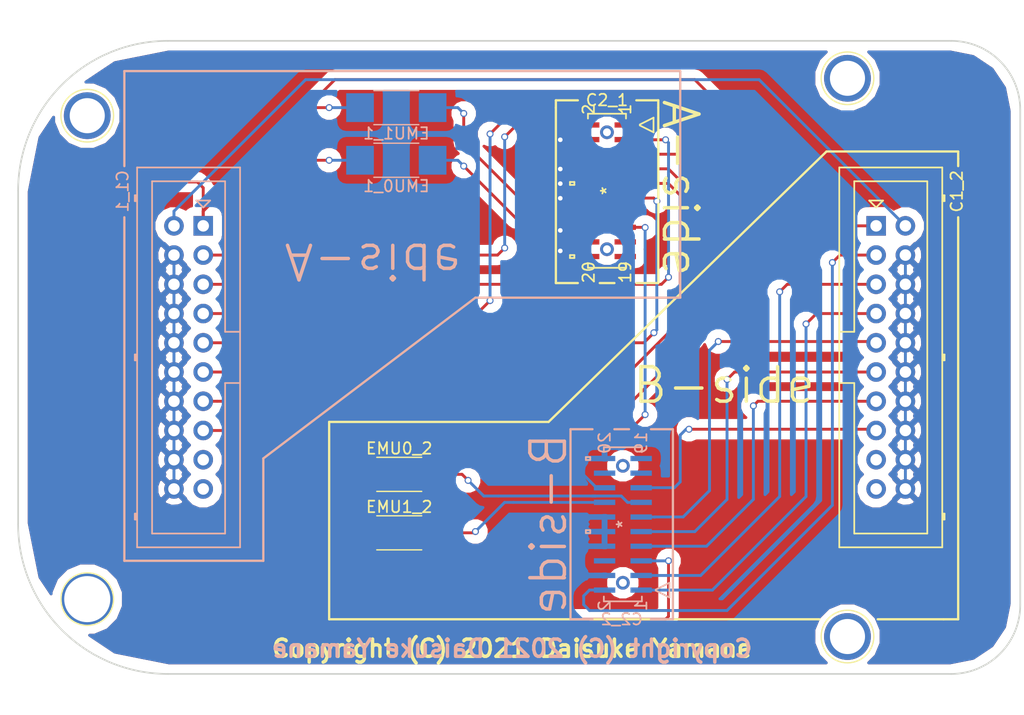
<source format=kicad_pcb>
(kicad_pcb (version 4) (host pcbnew 4.0.7-e2-6376~61~ubuntu18.04.1)

  (general
    (links 70)
    (no_connects 16)
    (area 98.425 44.227 187.325001 101.600001)
    (thickness 1.6)
    (drawings 51)
    (tracks 248)
    (zones 0)
    (modules 12)
    (nets 19)
  )

  (page A4)
  (layers
    (0 F.Cu signal)
    (31 B.Cu signal)
    (32 B.Adhes user)
    (33 F.Adhes user)
    (34 B.Paste user)
    (35 F.Paste user)
    (36 B.SilkS user)
    (37 F.SilkS user)
    (38 B.Mask user)
    (39 F.Mask user)
    (40 Dwgs.User user hide)
    (41 Cmts.User user)
    (42 Eco1.User user)
    (43 Eco2.User user hide)
    (44 Edge.Cuts user)
    (45 Margin user)
    (46 B.CrtYd user)
    (47 F.CrtYd user)
    (48 B.Fab user)
    (49 F.Fab user)
  )

  (setup
    (last_trace_width 0.25)
    (trace_clearance 0.2)
    (zone_clearance 0.762)
    (zone_45_only yes)
    (trace_min 0.2)
    (segment_width 0.2)
    (edge_width 0.15)
    (via_size 0.6)
    (via_drill 0.4)
    (via_min_size 0.4)
    (via_min_drill 0.3)
    (uvia_size 0.3)
    (uvia_drill 0.1)
    (uvias_allowed no)
    (uvia_min_size 0.2)
    (uvia_min_drill 0.1)
    (pcb_text_width 0.3)
    (pcb_text_size 1.5 1.5)
    (mod_edge_width 0.15)
    (mod_text_size 1 1)
    (mod_text_width 0.15)
    (pad_size 4.5 4.5)
    (pad_drill 4)
    (pad_to_mask_clearance 0.2)
    (aux_axis_origin 100 100)
    (visible_elements FFFFFF7F)
    (pcbplotparams
      (layerselection 0x010f0_80000001)
      (usegerberextensions true)
      (excludeedgelayer true)
      (linewidth 0.152400)
      (plotframeref false)
      (viasonmask false)
      (mode 1)
      (useauxorigin false)
      (hpglpennumber 1)
      (hpglpenspeed 20)
      (hpglpendiameter 15)
      (hpglpenoverlay 2)
      (psnegative false)
      (psa4output false)
      (plotreference true)
      (plotvalue true)
      (plotinvisibletext false)
      (padsonsilk false)
      (subtractmaskfromsilk false)
      (outputformat 1)
      (mirror false)
      (drillshape 0)
      (scaleselection 1)
      (outputdirectory GERBER))
  )

  (net 0 "")
  (net 1 "Net-(C1-Pad7)")
  (net 2 "Net-(C1-Pad3)")
  (net 3 "Net-(C1-Pad5)")
  (net 4 GND)
  (net 5 VDD)
  (net 6 "Net-(C2-Pad6)")
  (net 7 "Net-(C1-Pad13)")
  (net 8 "Net-(C1-Pad11)")
  (net 9 "Net-(C1-Pad9)")
  (net 10 "Net-(C2-Pad13)")
  (net 11 "Net-(C2-Pad14)")
  (net 12 "Net-(C1-Pad15)")
  (net 13 "Net-(C2-Pad17)")
  (net 14 "Net-(C2-Pad18)")
  (net 15 "Net-(C2-Pad19)")
  (net 16 "Net-(C1-Pad2)")
  (net 17 "Net-(C1-Pad17)")
  (net 18 "Net-(C1-Pad19)")

  (net_class Default "This is the default net class."
    (clearance 0.2)
    (trace_width 0.25)
    (via_dia 0.6)
    (via_drill 0.4)
    (uvia_dia 0.3)
    (uvia_drill 0.1)
    (add_net GND)
    (add_net "Net-(C1-Pad11)")
    (add_net "Net-(C1-Pad13)")
    (add_net "Net-(C1-Pad15)")
    (add_net "Net-(C1-Pad17)")
    (add_net "Net-(C1-Pad19)")
    (add_net "Net-(C1-Pad2)")
    (add_net "Net-(C1-Pad3)")
    (add_net "Net-(C1-Pad5)")
    (add_net "Net-(C1-Pad7)")
    (add_net "Net-(C1-Pad9)")
    (add_net "Net-(C2-Pad13)")
    (add_net "Net-(C2-Pad14)")
    (add_net "Net-(C2-Pad17)")
    (add_net "Net-(C2-Pad18)")
    (add_net "Net-(C2-Pad19)")
    (add_net "Net-(C2-Pad6)")
    (add_net VDD)
  )

  (module Connectors_Multicomp:Multicomp_MC9A12-2034_2x10x2.54mm_Straight (layer B.Cu) (tedit 6031ED85) (tstamp 602680E6)
    (at 116.068 61.07 270)
    (descr http://www.farnell.com/datasheets/1520732.pdf)
    (tags "connector multicomp MC9A MC9A12")
    (path /5ED0E05D)
    (fp_text reference C1_1 (at -3 7 270) (layer B.SilkS)
      (effects (font (size 1 1) (thickness 0.15)) (justify mirror))
    )
    (fp_text value ARM20JTAG (at 11.43 -5 270) (layer Eco2.User)
      (effects (font (size 1 1) (thickness 0.15)))
    )
    (fp_line (start -5.07 -3.2) (end -5.07 5.74) (layer B.SilkS) (width 0.15))
    (fp_line (start -5.07 5.74) (end 27.93 5.74) (layer B.SilkS) (width 0.15))
    (fp_line (start 27.93 5.74) (end 27.93 -3.2) (layer B.SilkS) (width 0.15))
    (fp_line (start 27.93 -3.2) (end -5.07 -3.2) (layer B.SilkS) (width 0.15))
    (fp_line (start 9.205 -3.2) (end 9.205 -1.9) (layer B.SilkS) (width 0.15))
    (fp_line (start 9.205 -1.9) (end -3.87 -1.9) (layer B.SilkS) (width 0.15))
    (fp_line (start -3.87 -1.9) (end -3.87 4.44) (layer B.SilkS) (width 0.15))
    (fp_line (start -3.87 4.44) (end 26.73 4.44) (layer B.SilkS) (width 0.15))
    (fp_line (start 26.73 4.44) (end 26.73 -1.9) (layer B.SilkS) (width 0.15))
    (fp_line (start 26.73 -1.9) (end 13.655 -1.9) (layer B.SilkS) (width 0.15))
    (fp_line (start 13.655 -1.9) (end 13.655 -3.2) (layer B.SilkS) (width 0.15))
    (fp_line (start 11.18 5.74) (end 11.18 5.94) (layer B.SilkS) (width 0.15))
    (fp_line (start 11.18 5.94) (end 11.68 5.94) (layer B.SilkS) (width 0.15))
    (fp_line (start 11.68 5.94) (end 11.68 5.74) (layer B.SilkS) (width 0.15))
    (fp_line (start 11.18 5.84) (end 11.68 5.84) (layer B.SilkS) (width 0.15))
    (fp_line (start 25.01 5.74) (end 25.01 5.94) (layer B.SilkS) (width 0.15))
    (fp_line (start 25.01 5.94) (end 25.51 5.94) (layer B.SilkS) (width 0.15))
    (fp_line (start 25.51 5.94) (end 25.51 5.74) (layer B.SilkS) (width 0.15))
    (fp_line (start 25.01 5.84) (end 25.51 5.84) (layer B.SilkS) (width 0.15))
    (fp_line (start -2.65 5.74) (end -2.65 5.94) (layer B.SilkS) (width 0.15))
    (fp_line (start -2.65 5.94) (end -2.15 5.94) (layer B.SilkS) (width 0.15))
    (fp_line (start -2.15 5.94) (end -2.15 5.74) (layer B.SilkS) (width 0.15))
    (fp_line (start -2.65 5.84) (end -2.15 5.84) (layer B.SilkS) (width 0.15))
    (fp_line (start -2.2 -0.6) (end -2.2 0.6) (layer B.SilkS) (width 0.15))
    (fp_line (start -2.2 0.6) (end -1.6 0) (layer B.SilkS) (width 0.15))
    (fp_line (start -1.6 0) (end -2.2 -0.6) (layer B.SilkS) (width 0.15))
    (fp_line (start -5.55 -3.7) (end -5.55 6.25) (layer B.CrtYd) (width 0.05))
    (fp_line (start -5.55 6.25) (end 28.45 6.25) (layer B.CrtYd) (width 0.05))
    (fp_line (start 28.45 6.25) (end 28.45 -3.7) (layer B.CrtYd) (width 0.05))
    (fp_line (start 28.45 -3.7) (end -5.55 -3.7) (layer B.CrtYd) (width 0.05))
    (pad 1 thru_hole rect (at 0 0 270) (size 1.7 1.7) (drill 1) (layers *.Cu *.Mask)
      (net 5 VDD))
    (pad 2 thru_hole circle (at 0 2.54 270) (size 1.7 1.7) (drill 1) (layers *.Cu *.Mask)
      (net 16 "Net-(C1-Pad2)"))
    (pad 3 thru_hole circle (at 2.54 0 270) (size 1.7 1.7) (drill 1) (layers *.Cu *.Mask)
      (net 2 "Net-(C1-Pad3)"))
    (pad 4 thru_hole circle (at 2.54 2.54 270) (size 1.7 1.7) (drill 1) (layers *.Cu *.Mask)
      (net 4 GND))
    (pad 5 thru_hole circle (at 5.08 0 270) (size 1.7 1.7) (drill 1) (layers *.Cu *.Mask)
      (net 3 "Net-(C1-Pad5)"))
    (pad 6 thru_hole circle (at 5.08 2.54 270) (size 1.7 1.7) (drill 1) (layers *.Cu *.Mask)
      (net 4 GND))
    (pad 7 thru_hole circle (at 7.62 0 270) (size 1.7 1.7) (drill 1) (layers *.Cu *.Mask)
      (net 1 "Net-(C1-Pad7)"))
    (pad 8 thru_hole circle (at 7.62 2.54 270) (size 1.7 1.7) (drill 1) (layers *.Cu *.Mask)
      (net 4 GND))
    (pad 9 thru_hole circle (at 10.16 0 270) (size 1.7 1.7) (drill 1) (layers *.Cu *.Mask)
      (net 9 "Net-(C1-Pad9)"))
    (pad 10 thru_hole circle (at 10.16 2.54 270) (size 1.7 1.7) (drill 1) (layers *.Cu *.Mask)
      (net 4 GND))
    (pad 11 thru_hole circle (at 12.7 0 270) (size 1.7 1.7) (drill 1) (layers *.Cu *.Mask)
      (net 8 "Net-(C1-Pad11)"))
    (pad 12 thru_hole circle (at 12.7 2.54 270) (size 1.7 1.7) (drill 1) (layers *.Cu *.Mask)
      (net 4 GND))
    (pad 13 thru_hole circle (at 15.24 0 270) (size 1.7 1.7) (drill 1) (layers *.Cu *.Mask)
      (net 7 "Net-(C1-Pad13)"))
    (pad 14 thru_hole circle (at 15.24 2.54 270) (size 1.7 1.7) (drill 1) (layers *.Cu *.Mask)
      (net 4 GND))
    (pad 15 thru_hole circle (at 17.78 0 270) (size 1.7 1.7) (drill 1) (layers *.Cu *.Mask)
      (net 12 "Net-(C1-Pad15)"))
    (pad 16 thru_hole circle (at 17.78 2.54 270) (size 1.7 1.7) (drill 1) (layers *.Cu *.Mask)
      (net 4 GND))
    (pad 17 thru_hole circle (at 20.32 0 270) (size 1.7 1.7) (drill 1) (layers *.Cu *.Mask)
      (net 17 "Net-(C1-Pad17)"))
    (pad 18 thru_hole circle (at 20.32 2.54 270) (size 1.7 1.7) (drill 1) (layers *.Cu *.Mask)
      (net 4 GND))
    (pad 19 thru_hole circle (at 22.86 0 270) (size 1.7 1.7) (drill 1) (layers *.Cu *.Mask)
      (net 18 "Net-(C1-Pad19)"))
    (pad 20 thru_hole circle (at 22.86 2.54 270) (size 1.7 1.7) (drill 1) (layers *.Cu *.Mask)
      (net 4 GND))
  )

  (module footprints:CLP-110-02-F-D-K (layer F.Cu) (tedit 6031BACD) (tstamp 6023E3C4)
    (at 151.12 58.022 90)
    (path /5ED0E5E5)
    (fp_text reference C2_1 (at 7.874 0 360) (layer F.SilkS)
      (effects (font (size 1 1) (thickness 0.15)))
    )
    (fp_text value TI20JTAG (at 0.254 4.318 90) (layer Eco2.User)
      (effects (font (size 1 1) (thickness 0.15)))
    )
    (fp_text user * (at 0 0 90) (layer F.SilkS)
      (effects (font (size 1 1) (thickness 0.15)))
    )
    (fp_text user * (at 0 0 90) (layer F.Fab)
      (effects (font (size 1 1) (thickness 0.15)))
    )
    (fp_text user 0.018in/0.457mm (at 5.715 -7.1755 90) (layer Dwgs.User)
      (effects (font (size 1 1) (thickness 0.15)))
    )
    (fp_text user 0.073in/1.854mm (at 9.6139 -1.5875 90) (layer Dwgs.User)
      (effects (font (size 1 1) (thickness 0.15)))
    )
    (fp_text user 0.125in/3.175mm (at -9.6139 0 90) (layer Dwgs.User)
      (effects (font (size 1 1) (thickness 0.15)))
    )
    (fp_text user 0.45in/11.43mm (at 0 4.572 90) (layer Dwgs.User)
      (effects (font (size 1 1) (thickness 0.15)))
    )
    (fp_text user 2 (at 7.0739 -1.5875 90) (layer F.SilkS)
      (effects (font (size 1 1) (thickness 0.15)))
    )
    (fp_text user 2 (at 7.0739 -1.5875 90) (layer F.Fab)
      (effects (font (size 1 1) (thickness 0.15)))
    )
    (fp_text user 1 (at 7.0739 1.5875 90) (layer F.SilkS)
      (effects (font (size 1 1) (thickness 0.15)))
    )
    (fp_text user 1 (at 7.0739 1.5875 90) (layer F.Fab)
      (effects (font (size 1 1) (thickness 0.15)))
    )
    (fp_text user 20 (at -7.0739 -1.5875 90) (layer F.SilkS)
      (effects (font (size 1 1) (thickness 0.15)))
    )
    (fp_text user 20 (at -7.0739 -1.5875 90) (layer F.Fab)
      (effects (font (size 1 1) (thickness 0.15)))
    )
    (fp_text user 19 (at -7.0739 1.5875 90) (layer F.SilkS)
      (effects (font (size 1 1) (thickness 0.15)))
    )
    (fp_text user 19 (at -7.0739 1.5875 90) (layer F.Fab)
      (effects (font (size 1 1) (thickness 0.15)))
    )
    (fp_line (start 5.6769 2.84734) (end 5.08 4.04114) (layer F.SilkS) (width 0.1524))
    (fp_line (start 5.08 4.04114) (end 6.35 4.04114) (layer F.SilkS) (width 0.1524))
    (fp_line (start 6.35 4.04114) (end 5.7531 2.84734) (layer F.SilkS) (width 0.1524))
    (fp_line (start 5.715 2.77114) (end 5.08 4.04114) (layer F.Fab) (width 0.1524))
    (fp_line (start 5.08 4.04114) (end 6.35 4.04114) (layer F.Fab) (width 0.1524))
    (fp_line (start 6.35 4.04114) (end 5.715 2.77114) (layer F.Fab) (width 0.1524))
    (fp_line (start -6.6929 -1.651) (end -6.6929 1.651) (layer F.SilkS) (width 0.1524))
    (fp_line (start -6.6929 1.651) (end -6.27634 1.651) (layer F.SilkS) (width 0.1524))
    (fp_line (start 6.6929 1.651) (end 6.6929 -1.651) (layer F.SilkS) (width 0.1524))
    (fp_line (start 6.6929 -1.651) (end 6.27634 -1.651) (layer F.SilkS) (width 0.1524))
    (fp_line (start -6.5659 -1.524) (end -6.5659 1.524) (layer F.Fab) (width 0.1524))
    (fp_line (start -6.5659 1.524) (end 6.5659 1.524) (layer F.Fab) (width 0.1524))
    (fp_line (start 6.5659 1.524) (end 6.5659 -1.524) (layer F.Fab) (width 0.1524))
    (fp_line (start 6.5659 -1.524) (end -6.5659 -1.524) (layer F.Fab) (width 0.1524))
    (fp_line (start 6.27634 1.651) (end 6.6929 1.651) (layer F.SilkS) (width 0.1524))
    (fp_line (start -6.27634 -1.651) (end -6.6929 -1.651) (layer F.SilkS) (width 0.1524))
    (fp_line (start 0.508 -3.2131) (end 0.508 -2.8321) (layer F.SilkS) (width 0.1524))
    (fp_line (start 0.508 -2.8321) (end 0.762 -2.8321) (layer F.SilkS) (width 0.1524))
    (fp_line (start 0.762 -2.8321) (end 0.762 -3.2131) (layer F.SilkS) (width 0.1524))
    (fp_line (start 0.762 -3.2131) (end 0.508 -3.2131) (layer F.SilkS) (width 0.1524))
    (fp_line (start -5.842 -3.2131) (end -5.842 -2.8321) (layer F.SilkS) (width 0.1524))
    (fp_line (start -5.842 -2.8321) (end -5.588 -2.8321) (layer F.SilkS) (width 0.1524))
    (fp_line (start -5.588 -2.8321) (end -5.588 -3.2131) (layer F.SilkS) (width 0.1524))
    (fp_line (start -5.588 -3.2131) (end -5.842 -3.2131) (layer F.SilkS) (width 0.1524))
    (fp_line (start -6.8199 1.778) (end -6.8199 -1.778) (layer F.CrtYd) (width 0.1524))
    (fp_line (start -6.8199 -1.778) (end -6.1722 -1.778) (layer F.CrtYd) (width 0.1524))
    (fp_line (start -6.1722 -1.778) (end -6.1722 -2.7686) (layer F.CrtYd) (width 0.1524))
    (fp_line (start -6.1722 -2.7686) (end 6.1722 -2.7686) (layer F.CrtYd) (width 0.1524))
    (fp_line (start 6.1722 -2.7686) (end 6.1722 -1.778) (layer F.CrtYd) (width 0.1524))
    (fp_line (start 6.1722 -1.778) (end 6.8199 -1.778) (layer F.CrtYd) (width 0.1524))
    (fp_line (start 6.8199 -1.778) (end 6.8199 1.778) (layer F.CrtYd) (width 0.1524))
    (fp_line (start 6.8199 1.778) (end 6.1722 1.778) (layer F.CrtYd) (width 0.1524))
    (fp_line (start 6.1722 1.778) (end 6.1722 2.7686) (layer F.CrtYd) (width 0.1524))
    (fp_line (start 6.1722 2.7686) (end -6.1722 2.7686) (layer F.CrtYd) (width 0.1524))
    (fp_line (start -6.1722 2.7686) (end -6.1722 1.778) (layer F.CrtYd) (width 0.1524))
    (fp_line (start -6.1722 1.778) (end -6.8199 1.778) (layer F.CrtYd) (width 0.1524))
    (fp_line (start -6.5659 1.524) (end -6.5659 -1.524) (layer F.CrtYd) (width 0.1524))
    (fp_line (start -6.5659 -1.524) (end 6.5659 -1.524) (layer F.CrtYd) (width 0.1524))
    (fp_line (start 6.5659 -1.524) (end 6.5659 1.524) (layer F.CrtYd) (width 0.1524))
    (fp_line (start 6.5659 1.524) (end -6.5659 1.524) (layer F.CrtYd) (width 0.1524))
    (pad 1 smd rect (at 5.715 1.5875 90) (size 0.4572 1.8542) (layers F.Cu F.Paste F.Mask)
      (net 1 "Net-(C1-Pad7)"))
    (pad 2 smd rect (at 5.715 -1.5875 90) (size 0.4572 1.8542) (layers F.Cu F.Paste F.Mask)
      (net 2 "Net-(C1-Pad3)"))
    (pad 3 smd rect (at 4.445 1.5875 90) (size 0.4572 1.8542) (layers F.Cu F.Paste F.Mask)
      (net 3 "Net-(C1-Pad5)"))
    (pad 4 smd rect (at 4.445 -1.5875 90) (size 0.4572 1.8542) (layers F.Cu F.Paste F.Mask)
      (net 4 GND))
    (pad 5 smd rect (at 3.175 1.5875 90) (size 0.4572 1.8542) (layers F.Cu F.Paste F.Mask)
      (net 5 VDD))
    (pad 6 smd rect (at 3.175 -1.5875 90) (size 0.4572 1.8542) (layers F.Cu F.Paste F.Mask)
      (net 6 "Net-(C2-Pad6)"))
    (pad 7 smd rect (at 1.905 1.5875 90) (size 0.4572 1.8542) (layers F.Cu F.Paste F.Mask)
      (net 7 "Net-(C1-Pad13)"))
    (pad 8 smd rect (at 1.905 -1.5875 90) (size 0.4572 1.8542) (layers F.Cu F.Paste F.Mask)
      (net 4 GND))
    (pad 9 smd rect (at 0.635 1.5875 90) (size 0.4572 1.8542) (layers F.Cu F.Paste F.Mask)
      (net 8 "Net-(C1-Pad11)"))
    (pad 10 smd rect (at 0.635 -1.5875 90) (size 0.4572 1.8542) (layers F.Cu F.Paste F.Mask)
      (net 4 GND))
    (pad 11 smd rect (at -0.635 1.5875 90) (size 0.4572 1.8542) (layers F.Cu F.Paste F.Mask)
      (net 9 "Net-(C1-Pad9)"))
    (pad 12 smd rect (at -0.635 -1.5875 90) (size 0.4572 1.8542) (layers F.Cu F.Paste F.Mask)
      (net 4 GND))
    (pad 13 smd rect (at -1.905 1.5875 90) (size 0.4572 1.8542) (layers F.Cu F.Paste F.Mask)
      (net 10 "Net-(C2-Pad13)"))
    (pad 14 smd rect (at -1.905 -1.5875 90) (size 0.4572 1.8542) (layers F.Cu F.Paste F.Mask)
      (net 11 "Net-(C2-Pad14)"))
    (pad 15 smd rect (at -3.175 1.5875 90) (size 0.4572 1.8542) (layers F.Cu F.Paste F.Mask)
      (net 12 "Net-(C1-Pad15)"))
    (pad 16 smd rect (at -3.175 -1.5875 90) (size 0.4572 1.8542) (layers F.Cu F.Paste F.Mask)
      (net 4 GND))
    (pad 17 smd rect (at -4.445 1.5875 90) (size 0.4572 1.8542) (layers F.Cu F.Paste F.Mask)
      (net 13 "Net-(C2-Pad17)"))
    (pad 18 smd rect (at -4.445 -1.5875 90) (size 0.4572 1.8542) (layers F.Cu F.Paste F.Mask)
      (net 14 "Net-(C2-Pad18)"))
    (pad 19 smd rect (at -5.715 1.5875 90) (size 0.4572 1.8542) (layers F.Cu F.Paste F.Mask)
      (net 15 "Net-(C2-Pad19)"))
    (pad 20 smd rect (at -5.715 -1.5875 90) (size 0.4572 1.8542) (layers F.Cu F.Paste F.Mask)
      (net 4 GND))
    (pad 21 thru_hole circle (at -5.08 0 90) (size 1.1938 1.1938) (drill 0.6858) (layers *.Cu *.Mask))
    (pad 22 thru_hole circle (at 5.08 0 90) (size 1.1938 1.1938) (drill 0.6858) (layers *.Cu *.Mask))
  )

  (module footprints:CLP-110-02-F-D-K (layer B.Cu) (tedit 6031BAB1) (tstamp 6024955B)
    (at 152.5 87 270)
    (path /5ED0E5E5)
    (fp_text reference C2_2 (at 8.25 0.1 540) (layer B.SilkS)
      (effects (font (size 1 1) (thickness 0.15)) (justify mirror))
    )
    (fp_text value TI20JTAG (at 0.254 -4.318 270) (layer Eco2.User)
      (effects (font (size 1 1) (thickness 0.15)))
    )
    (fp_text user * (at 0 0 270) (layer B.SilkS)
      (effects (font (size 1 1) (thickness 0.15)) (justify mirror))
    )
    (fp_text user * (at 0 0 270) (layer B.Fab)
      (effects (font (size 1 1) (thickness 0.15)) (justify mirror))
    )
    (fp_text user 0.018in/0.457mm (at 5.715 7.1755 270) (layer Dwgs.User)
      (effects (font (size 1 1) (thickness 0.15)))
    )
    (fp_text user 0.073in/1.854mm (at 9.6139 1.5875 270) (layer Dwgs.User)
      (effects (font (size 1 1) (thickness 0.15)))
    )
    (fp_text user 0.125in/3.175mm (at -9.6139 0 270) (layer Dwgs.User)
      (effects (font (size 1 1) (thickness 0.15)))
    )
    (fp_text user 0.45in/11.43mm (at 0 -4.572 270) (layer Dwgs.User)
      (effects (font (size 1 1) (thickness 0.15)))
    )
    (fp_text user 2 (at 7.0739 1.5875 270) (layer B.SilkS)
      (effects (font (size 1 1) (thickness 0.15)) (justify mirror))
    )
    (fp_text user 2 (at 7.0739 1.5875 270) (layer B.Fab)
      (effects (font (size 1 1) (thickness 0.15)) (justify mirror))
    )
    (fp_text user 1 (at 7.0739 -1.5875 270) (layer B.SilkS)
      (effects (font (size 1 1) (thickness 0.15)) (justify mirror))
    )
    (fp_text user 1 (at 7.0739 -1.5875 270) (layer B.Fab)
      (effects (font (size 1 1) (thickness 0.15)) (justify mirror))
    )
    (fp_text user 20 (at -7.0739 1.5875 270) (layer B.SilkS)
      (effects (font (size 1 1) (thickness 0.15)) (justify mirror))
    )
    (fp_text user 20 (at -7.0739 1.5875 270) (layer B.Fab)
      (effects (font (size 1 1) (thickness 0.15)) (justify mirror))
    )
    (fp_text user 19 (at -7.0739 -1.5875 270) (layer B.SilkS)
      (effects (font (size 1 1) (thickness 0.15)) (justify mirror))
    )
    (fp_text user 19 (at -7.0739 -1.5875 270) (layer B.Fab)
      (effects (font (size 1 1) (thickness 0.15)) (justify mirror))
    )
    (fp_line (start 5.6769 -2.84734) (end 5.08 -4.04114) (layer B.SilkS) (width 0.1524))
    (fp_line (start 5.08 -4.04114) (end 6.35 -4.04114) (layer B.SilkS) (width 0.1524))
    (fp_line (start 6.35 -4.04114) (end 5.7531 -2.84734) (layer B.SilkS) (width 0.1524))
    (fp_line (start 5.715 -2.77114) (end 5.08 -4.04114) (layer B.Fab) (width 0.1524))
    (fp_line (start 5.08 -4.04114) (end 6.35 -4.04114) (layer B.Fab) (width 0.1524))
    (fp_line (start 6.35 -4.04114) (end 5.715 -2.77114) (layer B.Fab) (width 0.1524))
    (fp_line (start -6.6929 1.651) (end -6.6929 -1.651) (layer B.SilkS) (width 0.1524))
    (fp_line (start -6.6929 -1.651) (end -6.27634 -1.651) (layer B.SilkS) (width 0.1524))
    (fp_line (start 6.6929 -1.651) (end 6.6929 1.651) (layer B.SilkS) (width 0.1524))
    (fp_line (start 6.6929 1.651) (end 6.27634 1.651) (layer B.SilkS) (width 0.1524))
    (fp_line (start -6.5659 1.524) (end -6.5659 -1.524) (layer B.Fab) (width 0.1524))
    (fp_line (start -6.5659 -1.524) (end 6.5659 -1.524) (layer B.Fab) (width 0.1524))
    (fp_line (start 6.5659 -1.524) (end 6.5659 1.524) (layer B.Fab) (width 0.1524))
    (fp_line (start 6.5659 1.524) (end -6.5659 1.524) (layer B.Fab) (width 0.1524))
    (fp_line (start 6.27634 -1.651) (end 6.6929 -1.651) (layer B.SilkS) (width 0.1524))
    (fp_line (start -6.27634 1.651) (end -6.6929 1.651) (layer B.SilkS) (width 0.1524))
    (fp_line (start 0.508 3.2131) (end 0.508 2.8321) (layer B.SilkS) (width 0.1524))
    (fp_line (start 0.508 2.8321) (end 0.762 2.8321) (layer B.SilkS) (width 0.1524))
    (fp_line (start 0.762 2.8321) (end 0.762 3.2131) (layer B.SilkS) (width 0.1524))
    (fp_line (start 0.762 3.2131) (end 0.508 3.2131) (layer B.SilkS) (width 0.1524))
    (fp_line (start -5.842 3.2131) (end -5.842 2.8321) (layer B.SilkS) (width 0.1524))
    (fp_line (start -5.842 2.8321) (end -5.588 2.8321) (layer B.SilkS) (width 0.1524))
    (fp_line (start -5.588 2.8321) (end -5.588 3.2131) (layer B.SilkS) (width 0.1524))
    (fp_line (start -5.588 3.2131) (end -5.842 3.2131) (layer B.SilkS) (width 0.1524))
    (fp_line (start -6.8199 -1.778) (end -6.8199 1.778) (layer B.CrtYd) (width 0.1524))
    (fp_line (start -6.8199 1.778) (end -6.1722 1.778) (layer B.CrtYd) (width 0.1524))
    (fp_line (start -6.1722 1.778) (end -6.1722 2.7686) (layer B.CrtYd) (width 0.1524))
    (fp_line (start -6.1722 2.7686) (end 6.1722 2.7686) (layer B.CrtYd) (width 0.1524))
    (fp_line (start 6.1722 2.7686) (end 6.1722 1.778) (layer B.CrtYd) (width 0.1524))
    (fp_line (start 6.1722 1.778) (end 6.8199 1.778) (layer B.CrtYd) (width 0.1524))
    (fp_line (start 6.8199 1.778) (end 6.8199 -1.778) (layer B.CrtYd) (width 0.1524))
    (fp_line (start 6.8199 -1.778) (end 6.1722 -1.778) (layer B.CrtYd) (width 0.1524))
    (fp_line (start 6.1722 -1.778) (end 6.1722 -2.7686) (layer B.CrtYd) (width 0.1524))
    (fp_line (start 6.1722 -2.7686) (end -6.1722 -2.7686) (layer B.CrtYd) (width 0.1524))
    (fp_line (start -6.1722 -2.7686) (end -6.1722 -1.778) (layer B.CrtYd) (width 0.1524))
    (fp_line (start -6.1722 -1.778) (end -6.8199 -1.778) (layer B.CrtYd) (width 0.1524))
    (fp_line (start -6.5659 -1.524) (end -6.5659 1.524) (layer B.CrtYd) (width 0.1524))
    (fp_line (start -6.5659 1.524) (end 6.5659 1.524) (layer B.CrtYd) (width 0.1524))
    (fp_line (start 6.5659 1.524) (end 6.5659 -1.524) (layer B.CrtYd) (width 0.1524))
    (fp_line (start 6.5659 -1.524) (end -6.5659 -1.524) (layer B.CrtYd) (width 0.1524))
    (pad 1 smd rect (at 5.715 -1.5875 270) (size 0.4572 1.8542) (layers B.Cu B.Paste B.Mask)
      (net 1 "Net-(C1-Pad7)"))
    (pad 2 smd rect (at 5.715 1.5875 270) (size 0.4572 1.8542) (layers B.Cu B.Paste B.Mask)
      (net 2 "Net-(C1-Pad3)"))
    (pad 3 smd rect (at 4.445 -1.5875 270) (size 0.4572 1.8542) (layers B.Cu B.Paste B.Mask)
      (net 3 "Net-(C1-Pad5)"))
    (pad 4 smd rect (at 4.445 1.5875 270) (size 0.4572 1.8542) (layers B.Cu B.Paste B.Mask)
      (net 4 GND))
    (pad 5 smd rect (at 3.175 -1.5875 270) (size 0.4572 1.8542) (layers B.Cu B.Paste B.Mask)
      (net 5 VDD))
    (pad 6 smd rect (at 3.175 1.5875 270) (size 0.4572 1.8542) (layers B.Cu B.Paste B.Mask)
      (net 6 "Net-(C2-Pad6)"))
    (pad 7 smd rect (at 1.905 -1.5875 270) (size 0.4572 1.8542) (layers B.Cu B.Paste B.Mask)
      (net 7 "Net-(C1-Pad13)"))
    (pad 8 smd rect (at 1.905 1.5875 270) (size 0.4572 1.8542) (layers B.Cu B.Paste B.Mask)
      (net 4 GND))
    (pad 9 smd rect (at 0.635 -1.5875 270) (size 0.4572 1.8542) (layers B.Cu B.Paste B.Mask)
      (net 8 "Net-(C1-Pad11)"))
    (pad 10 smd rect (at 0.635 1.5875 270) (size 0.4572 1.8542) (layers B.Cu B.Paste B.Mask)
      (net 4 GND))
    (pad 11 smd rect (at -0.635 -1.5875 270) (size 0.4572 1.8542) (layers B.Cu B.Paste B.Mask)
      (net 9 "Net-(C1-Pad9)"))
    (pad 12 smd rect (at -0.635 1.5875 270) (size 0.4572 1.8542) (layers B.Cu B.Paste B.Mask)
      (net 4 GND))
    (pad 13 smd rect (at -1.905 -1.5875 270) (size 0.4572 1.8542) (layers B.Cu B.Paste B.Mask)
      (net 10 "Net-(C2-Pad13)"))
    (pad 14 smd rect (at -1.905 1.5875 270) (size 0.4572 1.8542) (layers B.Cu B.Paste B.Mask)
      (net 11 "Net-(C2-Pad14)"))
    (pad 15 smd rect (at -3.175 -1.5875 270) (size 0.4572 1.8542) (layers B.Cu B.Paste B.Mask)
      (net 12 "Net-(C1-Pad15)"))
    (pad 16 smd rect (at -3.175 1.5875 270) (size 0.4572 1.8542) (layers B.Cu B.Paste B.Mask)
      (net 4 GND))
    (pad 17 smd rect (at -4.445 -1.5875 270) (size 0.4572 1.8542) (layers B.Cu B.Paste B.Mask)
      (net 13 "Net-(C2-Pad17)"))
    (pad 18 smd rect (at -4.445 1.5875 270) (size 0.4572 1.8542) (layers B.Cu B.Paste B.Mask)
      (net 14 "Net-(C2-Pad18)"))
    (pad 19 smd rect (at -5.715 -1.5875 270) (size 0.4572 1.8542) (layers B.Cu B.Paste B.Mask)
      (net 15 "Net-(C2-Pad19)"))
    (pad 20 smd rect (at -5.715 1.5875 270) (size 0.4572 1.8542) (layers B.Cu B.Paste B.Mask)
      (net 4 GND))
    (pad 21 thru_hole circle (at -5.08 0 270) (size 1.1938 1.1938) (drill 0.6858) (layers *.Cu *.Mask))
    (pad 22 thru_hole circle (at 5.08 0 270) (size 1.1938 1.1938) (drill 0.6858) (layers *.Cu *.Mask))
  )

  (module Resistors_SMD:R_2010_HandSoldering (layer B.Cu) (tedit 602682EB) (tstamp 60268251)
    (at 132.832 50.8)
    (descr "Resistor SMD 2010, hand soldering")
    (tags "resistor 2010")
    (path /6023E3DA)
    (attr smd)
    (fp_text reference EMU1_1 (at 0 2.25) (layer B.SilkS)
      (effects (font (size 1 1) (thickness 0.15)) (justify mirror))
    )
    (fp_text value - (at 0 -2.35) (layer B.Fab)
      (effects (font (size 1 1) (thickness 0.15)) (justify mirror))
    )
    (fp_text user %R (at 0 0) (layer B.Fab)
      (effects (font (size 1 1) (thickness 0.15)) (justify mirror))
    )
    (fp_line (start -2.5 -1.25) (end -2.5 1.25) (layer B.Fab) (width 0.1))
    (fp_line (start 2.5 -1.25) (end -2.5 -1.25) (layer B.Fab) (width 0.1))
    (fp_line (start 2.5 1.25) (end 2.5 -1.25) (layer B.Fab) (width 0.1))
    (fp_line (start -2.5 1.25) (end 2.5 1.25) (layer B.Fab) (width 0.1))
    (fp_line (start 1.95 -1.48) (end -1.95 -1.48) (layer B.SilkS) (width 0.12))
    (fp_line (start -1.95 1.48) (end 1.95 1.48) (layer B.SilkS) (width 0.12))
    (fp_line (start -4.6 1.5) (end 4.6 1.5) (layer B.CrtYd) (width 0.05))
    (fp_line (start -4.6 1.5) (end -4.6 -1.5) (layer B.CrtYd) (width 0.05))
    (fp_line (start 4.6 -1.5) (end 4.6 1.5) (layer B.CrtYd) (width 0.05))
    (fp_line (start 4.6 -1.5) (end -4.6 -1.5) (layer B.CrtYd) (width 0.05))
    (pad 1 smd rect (at -3.15 0) (size 2.4 2.5) (layers B.Cu B.Paste B.Mask)
      (net 5 VDD))
    (pad 2 smd rect (at 3.15 0) (size 2.4 2.5) (layers B.Cu B.Paste B.Mask)
      (net 11 "Net-(C2-Pad14)"))
    (model ${KISYS3DMOD}/Resistors_SMD.3dshapes/R_2010.wrl
      (at (xyz 0 0 0))
      (scale (xyz 1 1 1))
      (rotate (xyz 0 0 0))
    )
  )

  (module Resistors_SMD:R_2010_HandSoldering (layer B.Cu) (tedit 602682F9) (tstamp 6026824B)
    (at 132.832 55.372)
    (descr "Resistor SMD 2010, hand soldering")
    (tags "resistor 2010")
    (path /6023E240)
    (attr smd)
    (fp_text reference EMU0_1 (at 0 2.25) (layer B.SilkS)
      (effects (font (size 1 1) (thickness 0.15)) (justify mirror))
    )
    (fp_text value - (at 0 -2.35) (layer B.Fab)
      (effects (font (size 1 1) (thickness 0.15)) (justify mirror))
    )
    (fp_text user %R (at 0 0) (layer B.Fab)
      (effects (font (size 1 1) (thickness 0.15)) (justify mirror))
    )
    (fp_line (start -2.5 -1.25) (end -2.5 1.25) (layer B.Fab) (width 0.1))
    (fp_line (start 2.5 -1.25) (end -2.5 -1.25) (layer B.Fab) (width 0.1))
    (fp_line (start 2.5 1.25) (end 2.5 -1.25) (layer B.Fab) (width 0.1))
    (fp_line (start -2.5 1.25) (end 2.5 1.25) (layer B.Fab) (width 0.1))
    (fp_line (start 1.95 -1.48) (end -1.95 -1.48) (layer B.SilkS) (width 0.12))
    (fp_line (start -1.95 1.48) (end 1.95 1.48) (layer B.SilkS) (width 0.12))
    (fp_line (start -4.6 1.5) (end 4.6 1.5) (layer B.CrtYd) (width 0.05))
    (fp_line (start -4.6 1.5) (end -4.6 -1.5) (layer B.CrtYd) (width 0.05))
    (fp_line (start 4.6 -1.5) (end 4.6 1.5) (layer B.CrtYd) (width 0.05))
    (fp_line (start 4.6 -1.5) (end -4.6 -1.5) (layer B.CrtYd) (width 0.05))
    (pad 1 smd rect (at -3.15 0) (size 2.4 2.5) (layers B.Cu B.Paste B.Mask)
      (net 5 VDD))
    (pad 2 smd rect (at 3.15 0) (size 2.4 2.5) (layers B.Cu B.Paste B.Mask)
      (net 10 "Net-(C2-Pad13)"))
    (model ${KISYS3DMOD}/Resistors_SMD.3dshapes/R_2010.wrl
      (at (xyz 0 0 0))
      (scale (xyz 1 1 1))
      (rotate (xyz 0 0 0))
    )
  )

  (module Connectors:1pin (layer F.Cu) (tedit 6031F1CC) (tstamp 6023EB5D)
    (at 106 93.5)
    (descr "module 1 pin (ou trou mecanique de percage)")
    (tags DEV)
    (fp_text reference w2 (at 0 -3.048) (layer Eco2.User)
      (effects (font (size 1 1) (thickness 0.15)))
    )
    (fp_text value 1pin (at 0 3) (layer Eco2.User)
      (effects (font (size 1 1) (thickness 0.15)))
    )
    (fp_circle (center 0 0) (end 2 0.8) (layer F.Fab) (width 0.1))
    (fp_circle (center 0 0) (end 2.6 0) (layer F.CrtYd) (width 0.05))
    (fp_circle (center 0 0) (end 0 -2.286) (layer F.SilkS) (width 0.12))
    (pad 1 thru_hole circle (at 0 0) (size 4.5 4.5) (drill 4) (layers *.Cu *.Mask))
  )

  (module Connectors:1pin (layer F.Cu) (tedit 6031F1C4) (tstamp 6023EC13)
    (at 106 51.5)
    (descr "module 1 pin (ou trou mecanique de percage)")
    (tags DEV)
    (fp_text reference w1 (at 0 -3.048) (layer Eco2.User)
      (effects (font (size 1 1) (thickness 0.15)))
    )
    (fp_text value 1pin (at 0 3) (layer Eco2.User)
      (effects (font (size 1 1) (thickness 0.15)))
    )
    (fp_circle (center 0 0) (end 2 0.8) (layer F.Fab) (width 0.1))
    (fp_circle (center 0 0) (end 2.6 0) (layer F.CrtYd) (width 0.05))
    (fp_circle (center 0 0) (end 0 -2.286) (layer F.SilkS) (width 0.12))
    (pad 1 thru_hole circle (at 0 0) (size 4.064 4.064) (drill 3.048) (layers *.Cu *.Mask))
  )

  (module Connectors:1pin (layer F.Cu) (tedit 6031F1BE) (tstamp 6023EC1B)
    (at 172 48.25)
    (descr "module 1 pin (ou trou mecanique de percage)")
    (tags DEV)
    (fp_text reference w3 (at 0 -3.048) (layer Eco2.User)
      (effects (font (size 1 1) (thickness 0.15)))
    )
    (fp_text value 1pin (at 0 3) (layer Eco2.User)
      (effects (font (size 1 1) (thickness 0.15)))
    )
    (fp_circle (center 0 0) (end 2 0.8) (layer F.Fab) (width 0.1))
    (fp_circle (center 0 0) (end 2.6 0) (layer F.CrtYd) (width 0.05))
    (fp_circle (center 0 0) (end 0 -2.286) (layer F.SilkS) (width 0.12))
    (pad 1 thru_hole circle (at 0 0) (size 4.064 4.064) (drill 3.048) (layers *.Cu *.Mask))
  )

  (module Connectors:1pin (layer F.Cu) (tedit 6031F1B8) (tstamp 6023EC1F)
    (at 172 96.75)
    (descr "module 1 pin (ou trou mecanique de percage)")
    (tags DEV)
    (fp_text reference w4 (at 0 -3.048) (layer Eco2.User)
      (effects (font (size 1 1) (thickness 0.15)))
    )
    (fp_text value 1pin (at 0 3) (layer Eco2.User)
      (effects (font (size 1 1) (thickness 0.15)))
    )
    (fp_circle (center 0 0) (end 2 0.8) (layer F.Fab) (width 0.1))
    (fp_circle (center 0 0) (end 2.6 0) (layer F.CrtYd) (width 0.05))
    (fp_circle (center 0 0) (end 0 -2.286) (layer F.SilkS) (width 0.12))
    (pad 1 thru_hole circle (at 0 0) (size 4.064 4.064) (drill 3.048) (layers *.Cu *.Mask))
  )

  (module Connectors_Multicomp:Multicomp_MC9A12-2034_2x10x2.54mm_Straight (layer F.Cu) (tedit 6031ED5F) (tstamp 6026808E)
    (at 174.488 61.07 270)
    (descr http://www.farnell.com/datasheets/1520732.pdf)
    (tags "connector multicomp MC9A MC9A12")
    (path /5ED0E05D)
    (fp_text reference C1_2 (at -3 -7 270) (layer F.SilkS)
      (effects (font (size 1 1) (thickness 0.15)))
    )
    (fp_text value ARM20JTAG (at 11.43 5 270) (layer Eco2.User)
      (effects (font (size 1 1) (thickness 0.15)))
    )
    (fp_line (start -5.07 3.2) (end -5.07 -5.74) (layer F.SilkS) (width 0.15))
    (fp_line (start -5.07 -5.74) (end 27.93 -5.74) (layer F.SilkS) (width 0.15))
    (fp_line (start 27.93 -5.74) (end 27.93 3.2) (layer F.SilkS) (width 0.15))
    (fp_line (start 27.93 3.2) (end -5.07 3.2) (layer F.SilkS) (width 0.15))
    (fp_line (start 9.205 3.2) (end 9.205 1.9) (layer F.SilkS) (width 0.15))
    (fp_line (start 9.205 1.9) (end -3.87 1.9) (layer F.SilkS) (width 0.15))
    (fp_line (start -3.87 1.9) (end -3.87 -4.44) (layer F.SilkS) (width 0.15))
    (fp_line (start -3.87 -4.44) (end 26.73 -4.44) (layer F.SilkS) (width 0.15))
    (fp_line (start 26.73 -4.44) (end 26.73 1.9) (layer F.SilkS) (width 0.15))
    (fp_line (start 26.73 1.9) (end 13.655 1.9) (layer F.SilkS) (width 0.15))
    (fp_line (start 13.655 1.9) (end 13.655 3.2) (layer F.SilkS) (width 0.15))
    (fp_line (start 11.18 -5.74) (end 11.18 -5.94) (layer F.SilkS) (width 0.15))
    (fp_line (start 11.18 -5.94) (end 11.68 -5.94) (layer F.SilkS) (width 0.15))
    (fp_line (start 11.68 -5.94) (end 11.68 -5.74) (layer F.SilkS) (width 0.15))
    (fp_line (start 11.18 -5.84) (end 11.68 -5.84) (layer F.SilkS) (width 0.15))
    (fp_line (start 25.01 -5.74) (end 25.01 -5.94) (layer F.SilkS) (width 0.15))
    (fp_line (start 25.01 -5.94) (end 25.51 -5.94) (layer F.SilkS) (width 0.15))
    (fp_line (start 25.51 -5.94) (end 25.51 -5.74) (layer F.SilkS) (width 0.15))
    (fp_line (start 25.01 -5.84) (end 25.51 -5.84) (layer F.SilkS) (width 0.15))
    (fp_line (start -2.65 -5.74) (end -2.65 -5.94) (layer F.SilkS) (width 0.15))
    (fp_line (start -2.65 -5.94) (end -2.15 -5.94) (layer F.SilkS) (width 0.15))
    (fp_line (start -2.15 -5.94) (end -2.15 -5.74) (layer F.SilkS) (width 0.15))
    (fp_line (start -2.65 -5.84) (end -2.15 -5.84) (layer F.SilkS) (width 0.15))
    (fp_line (start -2.2 0.6) (end -2.2 -0.6) (layer F.SilkS) (width 0.15))
    (fp_line (start -2.2 -0.6) (end -1.6 0) (layer F.SilkS) (width 0.15))
    (fp_line (start -1.6 0) (end -2.2 0.6) (layer F.SilkS) (width 0.15))
    (fp_line (start -5.55 3.7) (end -5.55 -6.25) (layer F.CrtYd) (width 0.05))
    (fp_line (start -5.55 -6.25) (end 28.45 -6.25) (layer F.CrtYd) (width 0.05))
    (fp_line (start 28.45 -6.25) (end 28.45 3.7) (layer F.CrtYd) (width 0.05))
    (fp_line (start 28.45 3.7) (end -5.55 3.7) (layer F.CrtYd) (width 0.05))
    (pad 1 thru_hole rect (at 0 0 270) (size 1.7 1.7) (drill 1) (layers *.Cu *.Mask)
      (net 5 VDD))
    (pad 2 thru_hole circle (at 0 -2.54 270) (size 1.7 1.7) (drill 1) (layers *.Cu *.Mask)
      (net 16 "Net-(C1-Pad2)"))
    (pad 3 thru_hole circle (at 2.54 0 270) (size 1.7 1.7) (drill 1) (layers *.Cu *.Mask)
      (net 2 "Net-(C1-Pad3)"))
    (pad 4 thru_hole circle (at 2.54 -2.54 270) (size 1.7 1.7) (drill 1) (layers *.Cu *.Mask)
      (net 4 GND))
    (pad 5 thru_hole circle (at 5.08 0 270) (size 1.7 1.7) (drill 1) (layers *.Cu *.Mask)
      (net 3 "Net-(C1-Pad5)"))
    (pad 6 thru_hole circle (at 5.08 -2.54 270) (size 1.7 1.7) (drill 1) (layers *.Cu *.Mask)
      (net 4 GND))
    (pad 7 thru_hole circle (at 7.62 0 270) (size 1.7 1.7) (drill 1) (layers *.Cu *.Mask)
      (net 1 "Net-(C1-Pad7)"))
    (pad 8 thru_hole circle (at 7.62 -2.54 270) (size 1.7 1.7) (drill 1) (layers *.Cu *.Mask)
      (net 4 GND))
    (pad 9 thru_hole circle (at 10.16 0 270) (size 1.7 1.7) (drill 1) (layers *.Cu *.Mask)
      (net 9 "Net-(C1-Pad9)"))
    (pad 10 thru_hole circle (at 10.16 -2.54 270) (size 1.7 1.7) (drill 1) (layers *.Cu *.Mask)
      (net 4 GND))
    (pad 11 thru_hole circle (at 12.7 0 270) (size 1.7 1.7) (drill 1) (layers *.Cu *.Mask)
      (net 8 "Net-(C1-Pad11)"))
    (pad 12 thru_hole circle (at 12.7 -2.54 270) (size 1.7 1.7) (drill 1) (layers *.Cu *.Mask)
      (net 4 GND))
    (pad 13 thru_hole circle (at 15.24 0 270) (size 1.7 1.7) (drill 1) (layers *.Cu *.Mask)
      (net 7 "Net-(C1-Pad13)"))
    (pad 14 thru_hole circle (at 15.24 -2.54 270) (size 1.7 1.7) (drill 1) (layers *.Cu *.Mask)
      (net 4 GND))
    (pad 15 thru_hole circle (at 17.78 0 270) (size 1.7 1.7) (drill 1) (layers *.Cu *.Mask)
      (net 12 "Net-(C1-Pad15)"))
    (pad 16 thru_hole circle (at 17.78 -2.54 270) (size 1.7 1.7) (drill 1) (layers *.Cu *.Mask)
      (net 4 GND))
    (pad 17 thru_hole circle (at 20.32 0 270) (size 1.7 1.7) (drill 1) (layers *.Cu *.Mask)
      (net 17 "Net-(C1-Pad17)"))
    (pad 18 thru_hole circle (at 20.32 -2.54 270) (size 1.7 1.7) (drill 1) (layers *.Cu *.Mask)
      (net 4 GND))
    (pad 19 thru_hole circle (at 22.86 0 270) (size 1.7 1.7) (drill 1) (layers *.Cu *.Mask)
      (net 18 "Net-(C1-Pad19)"))
    (pad 20 thru_hole circle (at 22.86 -2.54 270) (size 1.7 1.7) (drill 1) (layers *.Cu *.Mask)
      (net 4 GND))
  )

  (module Resistors_SMD:R_2010_HandSoldering (layer F.Cu) (tedit 6026830B) (tstamp 60268212)
    (at 133.086 82.66)
    (descr "Resistor SMD 2010, hand soldering")
    (tags "resistor 2010")
    (path /6023E240)
    (attr smd)
    (fp_text reference EMU0_2 (at 0 -2.25) (layer F.SilkS)
      (effects (font (size 1 1) (thickness 0.15)))
    )
    (fp_text value - (at 0 2.35) (layer F.Fab)
      (effects (font (size 1 1) (thickness 0.15)))
    )
    (fp_text user %R (at 0 0) (layer F.Fab)
      (effects (font (size 1 1) (thickness 0.15)))
    )
    (fp_line (start -2.5 1.25) (end -2.5 -1.25) (layer F.Fab) (width 0.1))
    (fp_line (start 2.5 1.25) (end -2.5 1.25) (layer F.Fab) (width 0.1))
    (fp_line (start 2.5 -1.25) (end 2.5 1.25) (layer F.Fab) (width 0.1))
    (fp_line (start -2.5 -1.25) (end 2.5 -1.25) (layer F.Fab) (width 0.1))
    (fp_line (start 1.95 1.48) (end -1.95 1.48) (layer F.SilkS) (width 0.12))
    (fp_line (start -1.95 -1.48) (end 1.95 -1.48) (layer F.SilkS) (width 0.12))
    (fp_line (start -4.6 -1.5) (end 4.6 -1.5) (layer F.CrtYd) (width 0.05))
    (fp_line (start -4.6 -1.5) (end -4.6 1.5) (layer F.CrtYd) (width 0.05))
    (fp_line (start 4.6 1.5) (end 4.6 -1.5) (layer F.CrtYd) (width 0.05))
    (fp_line (start 4.6 1.5) (end -4.6 1.5) (layer F.CrtYd) (width 0.05))
    (pad 1 smd rect (at -3.15 0) (size 2.4 2.5) (layers F.Cu F.Paste F.Mask)
      (net 5 VDD))
    (pad 2 smd rect (at 3.15 0) (size 2.4 2.5) (layers F.Cu F.Paste F.Mask)
      (net 10 "Net-(C2-Pad13)"))
    (model ${KISYS3DMOD}/Resistors_SMD.3dshapes/R_2010.wrl
      (at (xyz 0 0 0))
      (scale (xyz 1 1 1))
      (rotate (xyz 0 0 0))
    )
  )

  (module Resistors_SMD:R_2010_HandSoldering (layer F.Cu) (tedit 60268313) (tstamp 60268218)
    (at 133.086 87.74)
    (descr "Resistor SMD 2010, hand soldering")
    (tags "resistor 2010")
    (path /6023E3DA)
    (attr smd)
    (fp_text reference EMU1_2 (at 0 -2.25) (layer F.SilkS)
      (effects (font (size 1 1) (thickness 0.15)))
    )
    (fp_text value - (at 0 2.35) (layer F.Fab)
      (effects (font (size 1 1) (thickness 0.15)))
    )
    (fp_text user %R (at 0 0) (layer F.Fab)
      (effects (font (size 1 1) (thickness 0.15)))
    )
    (fp_line (start -2.5 1.25) (end -2.5 -1.25) (layer F.Fab) (width 0.1))
    (fp_line (start 2.5 1.25) (end -2.5 1.25) (layer F.Fab) (width 0.1))
    (fp_line (start 2.5 -1.25) (end 2.5 1.25) (layer F.Fab) (width 0.1))
    (fp_line (start -2.5 -1.25) (end 2.5 -1.25) (layer F.Fab) (width 0.1))
    (fp_line (start 1.95 1.48) (end -1.95 1.48) (layer F.SilkS) (width 0.12))
    (fp_line (start -1.95 -1.48) (end 1.95 -1.48) (layer F.SilkS) (width 0.12))
    (fp_line (start -4.6 -1.5) (end 4.6 -1.5) (layer F.CrtYd) (width 0.05))
    (fp_line (start -4.6 -1.5) (end -4.6 1.5) (layer F.CrtYd) (width 0.05))
    (fp_line (start 4.6 1.5) (end 4.6 -1.5) (layer F.CrtYd) (width 0.05))
    (fp_line (start 4.6 1.5) (end -4.6 1.5) (layer F.CrtYd) (width 0.05))
    (pad 1 smd rect (at -3.15 0) (size 2.4 2.5) (layers F.Cu F.Paste F.Mask)
      (net 5 VDD))
    (pad 2 smd rect (at 3.15 0) (size 2.4 2.5) (layers F.Cu F.Paste F.Mask)
      (net 11 "Net-(C2-Pad14)"))
    (model ${KISYS3DMOD}/Resistors_SMD.3dshapes/R_2010.wrl
      (at (xyz 0 0 0))
      (scale (xyz 1 1 1))
      (rotate (xyz 0 0 0))
    )
  )

  (gr_text "Copyright (C) 2021 Daisuke Yamane" (at 142.875 97.79) (layer B.SilkS) (tstamp 6031FDBB)
    (effects (font (size 1.5 1.5) (thickness 0.3)) (justify mirror))
  )
  (gr_text "Copyright (C) 2021 Daisuke Yamane" (at 142.875 97.79) (layer F.SilkS)
    (effects (font (size 1.5 1.5) (thickness 0.3)))
  )
  (gr_line (start 169.545 95.25) (end 146.05 95.25) (layer F.SilkS) (width 0.2))
  (gr_line (start 180.34 95.25) (end 174.625 95.25) (layer F.SilkS) (width 0.2))
  (gr_line (start 139.7 67.31) (end 121.285 81.28) (layer B.SilkS) (width 0.2))
  (gr_line (start 157.48 67.31) (end 139.7 67.31) (layer B.SilkS) (width 0.2))
  (gr_line (start 157.48 47.625) (end 157.48 67.31) (layer B.SilkS) (width 0.2))
  (gr_line (start 109.22 47.625) (end 157.48 47.625) (layer B.SilkS) (width 0.2))
  (gr_line (start 109.22 55.88) (end 109.22 47.625) (layer B.SilkS) (width 0.2))
  (gr_line (start 109.22 90.17) (end 109.22 60.325) (layer B.SilkS) (width 0.2))
  (gr_line (start 121.285 90.17) (end 121.285 81.28) (layer B.SilkS) (width 0.2))
  (gr_line (start 109.22 90.17) (end 121.285 90.17) (layer B.SilkS) (width 0.2))
  (gr_line (start 127 78.105) (end 127 95.25) (layer F.SilkS) (width 0.2))
  (gr_line (start 146.05 78.105) (end 127 78.105) (layer F.SilkS) (width 0.2))
  (gr_line (start 127 95.25) (end 146.05 95.25) (layer F.SilkS) (width 0.2))
  (gr_line (start 181.61 55.88) (end 181.61 55.245) (layer F.SilkS) (width 0.2))
  (gr_line (start 181.61 54.61) (end 181.61 55.245) (layer F.SilkS) (width 0.2))
  (gr_line (start 170.18 54.61) (end 181.61 54.61) (layer F.SilkS) (width 0.2))
  (gr_line (start 181.61 95.25) (end 181.61 60.325) (layer F.SilkS) (width 0.2))
  (gr_line (start 180.34 95.25) (end 181.61 95.25) (layer F.SilkS) (width 0.2))
  (gr_line (start 170.18 54.61) (end 146.05 78.105) (layer F.SilkS) (width 0.2))
  (gr_text A-side (at 157.48 57.785 270) (layer F.SilkS) (tstamp 6031EDFA)
    (effects (font (size 3 3) (thickness 0.3)))
  )
  (gr_text A-side (at 130.81 64.135 180) (layer B.SilkS) (tstamp 6031EDEF)
    (effects (font (size 3 3) (thickness 0.3)) (justify mirror))
  )
  (gr_text B-side (at 161.29 74.93) (layer F.SilkS)
    (effects (font (size 3 3) (thickness 0.3)))
  )
  (gr_text B-side (at 146.05 86.995 90) (layer B.SilkS)
    (effects (font (size 3 3) (thickness 0.3)) (justify mirror))
  )
  (gr_line (start 147.955 95.25) (end 147.955 94.615) (layer B.SilkS) (width 0.2))
  (gr_line (start 156.845 95.25) (end 156.845 94.615) (layer B.SilkS) (width 0.2))
  (gr_line (start 151.765 78.74) (end 153.035 78.74) (layer B.SilkS) (width 0.2))
  (gr_line (start 147.955 78.74) (end 149.86 78.74) (layer B.SilkS) (width 0.2))
  (gr_line (start 147.955 94.615) (end 147.955 78.74) (layer B.SilkS) (width 0.2))
  (gr_line (start 149.86 95.25) (end 147.955 95.25) (layer B.SilkS) (width 0.2))
  (gr_line (start 156.845 78.74) (end 154.94 78.74) (layer B.SilkS) (width 0.2))
  (gr_line (start 156.845 94.615) (end 156.845 78.74) (layer B.SilkS) (width 0.2))
  (gr_line (start 154.94 95.25) (end 156.845 95.25) (layer B.SilkS) (width 0.2))
  (gr_line (start 153.67 66.04) (end 155.575 66.04) (layer F.SilkS) (width 0.2))
  (gr_line (start 150.495 66.04) (end 151.765 66.04) (layer F.SilkS) (width 0.2))
  (gr_line (start 146.685 66.04) (end 148.59 66.04) (layer F.SilkS) (width 0.2))
  (gr_line (start 155.575 66.04) (end 155.575 50.8) (layer F.SilkS) (width 0.2))
  (gr_line (start 146.685 50.8) (end 146.685 66.04) (layer F.SilkS) (width 0.2))
  (gr_line (start 155.575 50.165) (end 155.575 50.8) (layer F.SilkS) (width 0.2))
  (gr_line (start 146.685 50.165) (end 146.685 50.8) (layer F.SilkS) (width 0.2))
  (gr_line (start 155.575 50.165) (end 153.67 50.165) (layer F.SilkS) (width 0.2))
  (gr_line (start 148.59 50.165) (end 146.685 50.165) (layer F.SilkS) (width 0.2))
  (gr_arc (start 181 94) (end 187 94) (angle 90) (layer Edge.Cuts) (width 0.15))
  (gr_arc (start 181 51) (end 181 45) (angle 90) (layer Edge.Cuts) (width 0.15))
  (gr_arc (start 113 58) (end 100 58) (angle 90) (layer Edge.Cuts) (width 0.15))
  (gr_arc (start 113 87) (end 113 100) (angle 90) (layer Edge.Cuts) (width 0.15))
  (gr_line (start 100 58) (end 100 87) (angle 90) (layer Edge.Cuts) (width 0.15))
  (gr_line (start 181 45) (end 113 45) (angle 90) (layer Edge.Cuts) (width 0.15))
  (gr_line (start 187 94) (end 187 51) (angle 90) (layer Edge.Cuts) (width 0.15))
  (gr_line (start 113 100) (end 181 100) (angle 90) (layer Edge.Cuts) (width 0.15))

  (segment (start 116.068 68.69) (end 139.844 68.69) (width 0.25) (layer F.Cu) (net 1))
  (segment (start 139.844 68.69) (end 140.97 67.564) (width 0.25) (layer F.Cu) (net 1))
  (segment (start 168.402 69.596) (end 169.308 68.69) (width 0.25) (layer F.Cu) (net 1))
  (segment (start 169.308 68.69) (end 174.488 68.69) (width 0.25) (layer F.Cu) (net 1))
  (segment (start 160.269 92.715) (end 168.402 84.582) (width 0.25) (layer B.Cu) (net 1))
  (segment (start 168.402 84.582) (end 168.402 69.596) (width 0.25) (layer B.Cu) (net 1))
  (via (at 168.402 69.596) (size 0.6) (drill 0.4) (layers F.Cu B.Cu) (net 1))
  (segment (start 154.0875 92.715) (end 160.269 92.715) (width 0.25) (layer B.Cu) (net 1))
  (segment (start 140.97 53.086) (end 140.97 67.564) (width 0.25) (layer B.Cu) (net 1))
  (via (at 140.97 67.564) (size 0.6) (drill 0.4) (layers F.Cu B.Cu) (net 1))
  (segment (start 143.256 50.8) (end 140.97 53.086) (width 0.25) (layer F.Cu) (net 1))
  (via (at 140.97 53.086) (size 0.6) (drill 0.4) (layers F.Cu B.Cu) (net 1))
  (segment (start 154.432 50.8) (end 143.256 50.8) (width 0.25) (layer F.Cu) (net 1))
  (segment (start 154.94 51.308) (end 154.432 50.8) (width 0.25) (layer F.Cu) (net 1))
  (segment (start 154.94 51.816) (end 154.94 51.308) (width 0.25) (layer F.Cu) (net 1))
  (segment (start 154.449 52.307) (end 154.94 51.816) (width 0.25) (layer F.Cu) (net 1))
  (segment (start 152.7075 52.307) (end 154.449 52.307) (width 0.25) (layer F.Cu) (net 1))
  (segment (start 170.688 85.344) (end 170.688 64.262) (width 0.25) (layer B.Cu) (net 2))
  (segment (start 142.24 62.992) (end 141.622 63.61) (width 0.25) (layer F.Cu) (net 2))
  (segment (start 141.622 63.61) (end 119.888 63.61) (width 0.25) (layer F.Cu) (net 2))
  (segment (start 119.888 63.61) (end 116.068 63.61) (width 0.25) (layer F.Cu) (net 2))
  (segment (start 149.606 94.488) (end 161.544 94.488) (width 0.25) (layer B.Cu) (net 2))
  (segment (start 149.098 93.218) (end 149.098 93.98) (width 0.25) (layer B.Cu) (net 2))
  (segment (start 149.606 92.71) (end 149.098 93.218) (width 0.25) (layer B.Cu) (net 2))
  (segment (start 150.214 92.715) (end 150.209 92.71) (width 0.25) (layer B.Cu) (net 2))
  (segment (start 150.9125 92.715) (end 150.214 92.715) (width 0.25) (layer B.Cu) (net 2))
  (segment (start 150.209 92.71) (end 149.606 92.71) (width 0.25) (layer B.Cu) (net 2))
  (segment (start 149.098 93.98) (end 149.606 94.488) (width 0.25) (layer B.Cu) (net 2))
  (segment (start 170.688 64.262) (end 171.34 63.61) (width 0.25) (layer F.Cu) (net 2))
  (via (at 170.688 64.262) (size 0.6) (drill 0.4) (layers F.Cu B.Cu) (net 2))
  (segment (start 171.34 63.61) (end 174.488 63.61) (width 0.25) (layer F.Cu) (net 2))
  (segment (start 161.544 94.488) (end 170.688 85.344) (width 0.25) (layer B.Cu) (net 2))
  (segment (start 142.24 62.992) (end 142.24 53.34) (width 0.25) (layer B.Cu) (net 2))
  (via (at 142.24 53.34) (size 0.6) (drill 0.4) (layers F.Cu B.Cu) (net 2))
  (via (at 142.24 62.992) (size 0.6) (drill 0.4) (layers F.Cu B.Cu) (net 2))
  (segment (start 143.256 52.324) (end 142.24 53.34) (width 0.25) (layer F.Cu) (net 2))
  (segment (start 148.817 52.324) (end 143.256 52.324) (width 0.25) (layer F.Cu) (net 2))
  (segment (start 149.5325 52.307) (end 148.834 52.307) (width 0.25) (layer F.Cu) (net 2))
  (segment (start 148.834 52.307) (end 148.817 52.324) (width 0.25) (layer F.Cu) (net 2))
  (segment (start 116.068 66.15) (end 155.846 66.15) (width 0.25) (layer F.Cu) (net 3))
  (segment (start 155.846 66.15) (end 156.464 65.532) (width 0.25) (layer F.Cu) (net 3))
  (segment (start 166.116 66.802) (end 166.768 66.15) (width 0.25) (layer F.Cu) (net 3))
  (segment (start 166.768 66.15) (end 174.488 66.15) (width 0.25) (layer F.Cu) (net 3))
  (segment (start 159.253 91.445) (end 166.116 84.582) (width 0.25) (layer B.Cu) (net 3))
  (segment (start 166.116 84.582) (end 166.116 66.802) (width 0.25) (layer B.Cu) (net 3))
  (via (at 166.116 66.802) (size 0.6) (drill 0.4) (layers F.Cu B.Cu) (net 3))
  (segment (start 154.0875 91.445) (end 159.253 91.445) (width 0.25) (layer B.Cu) (net 3))
  (segment (start 156.21 53.594) (end 152.7245 53.594) (width 0.25) (layer F.Cu) (net 3))
  (segment (start 152.7245 53.594) (end 152.7075 53.577) (width 0.25) (layer F.Cu) (net 3))
  (segment (start 156.464 65.532) (end 156.464 53.848) (width 0.25) (layer B.Cu) (net 3))
  (segment (start 156.464 53.848) (end 156.21 53.594) (width 0.25) (layer B.Cu) (net 3))
  (via (at 156.21 53.594) (size 0.6) (drill 0.4) (layers F.Cu B.Cu) (net 3))
  (via (at 156.464 65.532) (size 0.6) (drill 0.4) (layers F.Cu B.Cu) (net 3))
  (segment (start 147.066 53.594) (end 147.066 56.134) (width 0.25) (layer B.Cu) (net 4))
  (segment (start 149.5325 53.577) (end 147.083 53.577) (width 0.25) (layer F.Cu) (net 4))
  (segment (start 147.083 53.577) (end 147.066 53.594) (width 0.25) (layer F.Cu) (net 4))
  (via (at 147.066 53.594) (size 0.6) (drill 0.4) (layers F.Cu B.Cu) (net 4))
  (segment (start 147.066 56.134) (end 147.066 57.404) (width 0.25) (layer B.Cu) (net 4))
  (segment (start 149.5325 56.117) (end 147.083 56.117) (width 0.25) (layer F.Cu) (net 4))
  (segment (start 147.083 56.117) (end 147.066 56.134) (width 0.25) (layer F.Cu) (net 4))
  (via (at 147.066 56.134) (size 0.6) (drill 0.4) (layers F.Cu B.Cu) (net 4))
  (segment (start 147.066 57.404) (end 147.066 58.674) (width 0.25) (layer B.Cu) (net 4))
  (segment (start 149.5325 57.387) (end 147.083 57.387) (width 0.25) (layer F.Cu) (net 4))
  (segment (start 147.083 57.387) (end 147.066 57.404) (width 0.25) (layer F.Cu) (net 4))
  (via (at 147.066 57.404) (size 0.6) (drill 0.4) (layers F.Cu B.Cu) (net 4))
  (segment (start 147.066 58.674) (end 147.066 61.468) (width 0.25) (layer B.Cu) (net 4))
  (segment (start 149.5325 58.657) (end 147.083 58.657) (width 0.25) (layer F.Cu) (net 4))
  (segment (start 147.083 58.657) (end 147.066 58.674) (width 0.25) (layer F.Cu) (net 4))
  (via (at 147.066 58.674) (size 0.6) (drill 0.4) (layers F.Cu B.Cu) (net 4))
  (segment (start 147.528001 61.168001) (end 147.557 61.197) (width 0.25) (layer F.Cu) (net 4))
  (segment (start 147.557 61.197) (end 149.5325 61.197) (width 0.25) (layer F.Cu) (net 4))
  (segment (start 147.066 61.468) (end 147.365999 61.168001) (width 0.25) (layer F.Cu) (net 4))
  (segment (start 147.365999 61.168001) (end 147.528001 61.168001) (width 0.25) (layer F.Cu) (net 4))
  (via (at 147.066 61.468) (size 0.6) (drill 0.4) (layers F.Cu B.Cu) (net 4))
  (segment (start 147.066 63.246) (end 147.066 61.468) (width 0.25) (layer B.Cu) (net 4))
  (via (at 147.066 63.246) (size 0.6) (drill 0.4) (layers F.Cu B.Cu) (net 4))
  (segment (start 147.557 63.737) (end 147.066 63.246) (width 0.25) (layer F.Cu) (net 4))
  (segment (start 149.5325 63.737) (end 147.557 63.737) (width 0.25) (layer F.Cu) (net 4))
  (segment (start 149.357 91.445) (end 149.098 91.186) (width 0.25) (layer B.Cu) (net 4))
  (segment (start 149.098 91.186) (end 149.098 88.9) (width 0.25) (layer B.Cu) (net 4))
  (segment (start 150.9125 91.445) (end 149.357 91.445) (width 0.25) (layer B.Cu) (net 4))
  (segment (start 149.098 88.9) (end 149.098 87.0024) (width 0.25) (layer B.Cu) (net 4))
  (segment (start 149.7304 88.9) (end 149.098 88.9) (width 0.25) (layer B.Cu) (net 4))
  (segment (start 150.9125 88.905) (end 149.7354 88.905) (width 0.25) (layer B.Cu) (net 4))
  (segment (start 149.7354 88.905) (end 149.7304 88.9) (width 0.25) (layer B.Cu) (net 4))
  (segment (start 149.098 87.0024) (end 149.7306 87.635) (width 0.25) (layer B.Cu) (net 4))
  (segment (start 149.7306 87.635) (end 150.9125 87.635) (width 0.25) (layer B.Cu) (net 4))
  (segment (start 150.9125 86.365) (end 149.7354 86.365) (width 0.25) (layer B.Cu) (net 4))
  (segment (start 149.7354 86.365) (end 149.098 87.0024) (width 0.25) (layer B.Cu) (net 4))
  (segment (start 149.098 81.788) (end 149.601 81.285) (width 0.25) (layer B.Cu) (net 4))
  (segment (start 149.601 81.285) (end 150.9125 81.285) (width 0.25) (layer B.Cu) (net 4))
  (segment (start 149.098 82.709) (end 149.098 81.788) (width 0.25) (layer B.Cu) (net 4))
  (segment (start 150.9125 83.825) (end 150.214 83.825) (width 0.25) (layer B.Cu) (net 4))
  (segment (start 150.214 83.825) (end 149.098 82.709) (width 0.25) (layer B.Cu) (net 4))
  (segment (start 113.528 66.15) (end 113.528 63.61) (width 0.25) (layer B.Cu) (net 4) (tstamp 6026883A))
  (segment (start 113.528 68.69) (end 113.528 66.15) (width 0.25) (layer B.Cu) (net 4) (tstamp 60268839))
  (segment (start 113.528 71.23) (end 113.528 68.69) (width 0.25) (layer B.Cu) (net 4) (tstamp 60268838))
  (segment (start 113.528 73.77) (end 113.528 71.23) (width 0.25) (layer B.Cu) (net 4) (tstamp 60268837))
  (segment (start 113.528 78.85) (end 113.528 76.31) (width 0.25) (layer B.Cu) (net 4) (tstamp 60268835))
  (segment (start 113.528 76.31) (end 113.528 73.77) (width 0.25) (layer B.Cu) (net 4) (tstamp 60268836))
  (segment (start 113.528 83.93) (end 113.528 81.39) (width 0.25) (layer B.Cu) (net 4))
  (segment (start 113.528 81.39) (end 113.528 78.85) (width 0.25) (layer B.Cu) (net 4) (tstamp 60268834))
  (segment (start 177.028 66.15) (end 177.028 63.61) (width 0.25) (layer B.Cu) (net 4))
  (segment (start 177.028 68.69) (end 177.028 66.15) (width 0.25) (layer B.Cu) (net 4))
  (segment (start 177.028 71.23) (end 177.028 68.69) (width 0.25) (layer B.Cu) (net 4))
  (segment (start 177.028 73.77) (end 177.028 71.23) (width 0.25) (layer B.Cu) (net 4))
  (segment (start 177.028 76.31) (end 177.028 73.77) (width 0.25) (layer B.Cu) (net 4))
  (segment (start 177.028 78.85) (end 177.028 76.31) (width 0.25) (layer B.Cu) (net 4))
  (segment (start 177.028 81.39) (end 177.028 78.85) (width 0.25) (layer B.Cu) (net 4))
  (segment (start 177.028 83.93) (end 177.028 81.39) (width 0.25) (layer B.Cu) (net 4))
  (segment (start 116.068 59.8) (end 120.496 55.372) (width 0.25) (layer F.Cu) (net 5))
  (segment (start 120.496 55.372) (end 122.164 53.704) (width 0.25) (layer F.Cu) (net 5))
  (segment (start 123.832 55.372) (end 120.496 55.372) (width 0.25) (layer F.Cu) (net 5))
  (segment (start 127 55.372) (end 123.832 55.372) (width 0.25) (layer F.Cu) (net 5))
  (segment (start 129.682 55.372) (end 127 55.372) (width 0.25) (layer B.Cu) (net 5))
  (via (at 127 55.372) (size 0.6) (drill 0.4) (layers F.Cu B.Cu) (net 5))
  (segment (start 116.068 61.07) (end 116.068 59.8) (width 0.25) (layer F.Cu) (net 5))
  (segment (start 122.164 53.704) (end 124.968 50.9) (width 0.25) (layer F.Cu) (net 5))
  (segment (start 127.498 48.37) (end 124.968 50.9) (width 0.25) (layer F.Cu) (net 5))
  (segment (start 124.968 50.9) (end 124.958 50.91) (width 0.25) (layer F.Cu) (net 5))
  (segment (start 127 50.8) (end 125.068 50.8) (width 0.25) (layer F.Cu) (net 5))
  (segment (start 125.068 50.8) (end 124.968 50.9) (width 0.25) (layer F.Cu) (net 5))
  (segment (start 129.682 50.8) (end 127 50.8) (width 0.25) (layer B.Cu) (net 5))
  (via (at 127 50.8) (size 0.6) (drill 0.4) (layers F.Cu B.Cu) (net 5))
  (segment (start 129.936 87.74) (end 128.486 87.74) (width 0.25) (layer F.Cu) (net 5))
  (segment (start 128.486 87.74) (end 127.326 88.9) (width 0.25) (layer F.Cu) (net 5))
  (segment (start 127.326 88.9) (end 124.206 88.9) (width 0.25) (layer F.Cu) (net 5))
  (segment (start 128.905 82.55) (end 122.555 88.9) (width 0.25) (layer F.Cu) (net 5))
  (segment (start 129.876 82.55) (end 128.905 82.55) (width 0.25) (layer F.Cu) (net 5))
  (segment (start 129.936 82.66) (end 129.936 82.61) (width 0.25) (layer F.Cu) (net 5))
  (segment (start 129.936 82.61) (end 129.876 82.55) (width 0.25) (layer F.Cu) (net 5))
  (segment (start 156.21 95.25) (end 130.556 95.25) (width 0.25) (layer F.Cu) (net 5))
  (segment (start 130.556 95.25) (end 124.206 88.9) (width 0.25) (layer F.Cu) (net 5))
  (segment (start 156.464 94.996) (end 156.21 95.25) (width 0.25) (layer F.Cu) (net 5))
  (segment (start 156.464 90.17) (end 156.464 94.996) (width 0.25) (layer F.Cu) (net 5))
  (segment (start 154.0875 90.175) (end 156.459 90.175) (width 0.25) (layer B.Cu) (net 5))
  (segment (start 156.459 90.175) (end 156.464 90.17) (width 0.25) (layer B.Cu) (net 5))
  (via (at 156.464 90.17) (size 0.6) (drill 0.4) (layers F.Cu B.Cu) (net 5))
  (segment (start 171.44 61.07) (end 162.44 52.07) (width 0.25) (layer F.Cu) (net 5))
  (segment (start 162.44 52.07) (end 158.74 48.37) (width 0.25) (layer F.Cu) (net 5))
  (segment (start 152.7075 54.847) (end 159.663 54.847) (width 0.25) (layer F.Cu) (net 5))
  (segment (start 159.663 54.847) (end 162.44 52.07) (width 0.25) (layer F.Cu) (net 5))
  (segment (start 174.488 61.07) (end 171.44 61.07) (width 0.25) (layer F.Cu) (net 5))
  (segment (start 158.74 48.37) (end 127.498 48.37) (width 0.25) (layer F.Cu) (net 5))
  (segment (start 124.206 88.9) (end 122.308 88.9) (width 0.25) (layer F.Cu) (net 5))
  (segment (start 122.308 88.9) (end 120.132 86.724) (width 0.25) (layer F.Cu) (net 5))
  (segment (start 116.068 57.768) (end 116.068 61.07) (width 0.25) (layer F.Cu) (net 5) (tstamp 602688D6))
  (segment (start 115.56 57.26) (end 116.068 57.768) (width 0.25) (layer F.Cu) (net 5) (tstamp 602688D4))
  (segment (start 112.766 57.26) (end 115.56 57.26) (width 0.25) (layer F.Cu) (net 5) (tstamp 602688D2))
  (segment (start 108.956 61.07) (end 112.766 57.26) (width 0.25) (layer F.Cu) (net 5) (tstamp 602688D0))
  (segment (start 108.956 85.454) (end 108.956 61.07) (width 0.25) (layer F.Cu) (net 5) (tstamp 602688CE))
  (segment (start 110.226 86.724) (end 108.956 85.454) (width 0.25) (layer F.Cu) (net 5) (tstamp 602688CC))
  (segment (start 120.132 86.724) (end 110.226 86.724) (width 0.25) (layer F.Cu) (net 5) (tstamp 602688CA))
  (segment (start 163.83 76.708) (end 164.228 76.31) (width 0.25) (layer F.Cu) (net 7))
  (segment (start 164.228 76.31) (end 174.488 76.31) (width 0.25) (layer F.Cu) (net 7))
  (segment (start 159.761 88.905) (end 163.83 84.836) (width 0.25) (layer B.Cu) (net 7))
  (segment (start 163.83 84.836) (end 163.83 76.708) (width 0.25) (layer B.Cu) (net 7))
  (via (at 163.83 76.708) (size 0.6) (drill 0.4) (layers F.Cu B.Cu) (net 7))
  (segment (start 154.0875 88.905) (end 159.761 88.905) (width 0.25) (layer B.Cu) (net 7))
  (segment (start 152.7075 56.117) (end 156.447 56.117) (width 0.25) (layer F.Cu) (net 7))
  (segment (start 156.447 56.117) (end 158.75 58.42) (width 0.25) (layer F.Cu) (net 7))
  (segment (start 158.75 58.42) (end 158.75 70.866) (width 0.25) (layer F.Cu) (net 7))
  (segment (start 158.75 70.866) (end 153.306 76.31) (width 0.25) (layer F.Cu) (net 7))
  (segment (start 153.306 76.31) (end 117.270081 76.31) (width 0.25) (layer F.Cu) (net 7))
  (segment (start 117.270081 76.31) (end 116.068 76.31) (width 0.25) (layer F.Cu) (net 7))
  (segment (start 152.7075 56.117) (end 153.406 56.117) (width 0.25) (layer F.Cu) (net 7))
  (segment (start 116.068 73.77) (end 153.052 73.77) (width 0.25) (layer F.Cu) (net 8))
  (segment (start 157.48 58.42) (end 156.447 57.387) (width 0.25) (layer F.Cu) (net 8))
  (segment (start 153.052 73.77) (end 157.48 69.342) (width 0.25) (layer F.Cu) (net 8))
  (segment (start 157.48 69.342) (end 157.48 58.42) (width 0.25) (layer F.Cu) (net 8))
  (segment (start 156.447 57.387) (end 152.7075 57.387) (width 0.25) (layer F.Cu) (net 8))
  (segment (start 161.544 74.422) (end 162.196 73.77) (width 0.25) (layer F.Cu) (net 8))
  (segment (start 162.196 73.77) (end 174.488 73.77) (width 0.25) (layer F.Cu) (net 8))
  (segment (start 158.745 87.635) (end 161.544 84.836) (width 0.25) (layer B.Cu) (net 8))
  (segment (start 161.544 84.836) (end 161.544 74.422) (width 0.25) (layer B.Cu) (net 8))
  (via (at 161.544 74.422) (size 0.6) (drill 0.4) (layers F.Cu B.Cu) (net 8))
  (segment (start 154.0875 87.635) (end 158.745 87.635) (width 0.25) (layer B.Cu) (net 8))
  (segment (start 116.068 71.23) (end 154.322 71.23) (width 0.25) (layer F.Cu) (net 9))
  (segment (start 154.322 71.23) (end 155.194 70.358) (width 0.25) (layer F.Cu) (net 9))
  (segment (start 160.782 71.12) (end 174.378 71.12) (width 0.25) (layer F.Cu) (net 9))
  (segment (start 174.378 71.12) (end 174.488 71.23) (width 0.25) (layer F.Cu) (net 9))
  (segment (start 160.02 84.074) (end 160.02 71.882) (width 0.25) (layer B.Cu) (net 9))
  (segment (start 160.02 71.882) (end 160.782 71.12) (width 0.25) (layer B.Cu) (net 9))
  (via (at 160.782 71.12) (size 0.6) (drill 0.4) (layers F.Cu B.Cu) (net 9))
  (segment (start 157.734 86.36) (end 160.02 84.074) (width 0.25) (layer B.Cu) (net 9))
  (segment (start 155.2696 86.36) (end 157.734 86.36) (width 0.25) (layer B.Cu) (net 9))
  (segment (start 154.0875 86.365) (end 155.2646 86.365) (width 0.25) (layer B.Cu) (net 9))
  (segment (start 155.2646 86.365) (end 155.2696 86.36) (width 0.25) (layer B.Cu) (net 9))
  (segment (start 155.448 58.928) (end 155.448 70.104) (width 0.25) (layer B.Cu) (net 9))
  (segment (start 155.448 70.104) (end 155.194 70.358) (width 0.25) (layer B.Cu) (net 9))
  (via (at 155.194 70.358) (size 0.6) (drill 0.4) (layers F.Cu B.Cu) (net 9))
  (segment (start 154.415 58.657) (end 155.177 58.657) (width 0.25) (layer F.Cu) (net 9))
  (segment (start 155.177 58.657) (end 155.448 58.928) (width 0.25) (layer F.Cu) (net 9))
  (via (at 155.448 58.928) (size 0.6) (drill 0.4) (layers F.Cu B.Cu) (net 9))
  (segment (start 152.7075 58.657) (end 154.415 58.657) (width 0.25) (layer F.Cu) (net 9))
  (segment (start 143.256 60.452) (end 147.828 60.452) (width 0.25) (layer F.Cu) (net 10))
  (segment (start 147.828 60.452) (end 147.856601 60.480601) (width 0.25) (layer F.Cu) (net 10))
  (segment (start 147.856601 60.480601) (end 150.976799 60.480601) (width 0.25) (layer F.Cu) (net 10))
  (segment (start 150.976799 60.480601) (end 151.5304 59.927) (width 0.25) (layer F.Cu) (net 10))
  (segment (start 151.5304 59.927) (end 152.7075 59.927) (width 0.25) (layer F.Cu) (net 10))
  (segment (start 138.684 55.88) (end 143.256 60.452) (width 0.25) (layer F.Cu) (net 10))
  (segment (start 135.982 55.372) (end 138.176 55.372) (width 0.25) (layer B.Cu) (net 10))
  (segment (start 138.176 55.372) (end 138.684 55.88) (width 0.25) (layer B.Cu) (net 10))
  (via (at 138.684 55.88) (size 0.6) (drill 0.4) (layers F.Cu B.Cu) (net 10))
  (segment (start 139.065 83.185) (end 140.421399 84.541399) (width 0.25) (layer B.Cu) (net 10))
  (segment (start 140.421399 84.541399) (end 141.691399 84.541399) (width 0.25) (layer B.Cu) (net 10))
  (segment (start 136.236 82.66) (end 138.54 82.66) (width 0.25) (layer F.Cu) (net 10))
  (segment (start 138.54 82.66) (end 139.065 83.185) (width 0.25) (layer F.Cu) (net 10))
  (via (at 139.065 83.185) (size 0.6) (drill 0.4) (layers F.Cu B.Cu) (net 10))
  (segment (start 150.114 84.541399) (end 152.356799 84.541399) (width 0.25) (layer B.Cu) (net 10))
  (segment (start 149.819399 84.541399) (end 150.114 84.541399) (width 0.25) (layer B.Cu) (net 10))
  (segment (start 150.114 84.541399) (end 141.691399 84.541399) (width 0.25) (layer B.Cu) (net 10))
  (segment (start 152.356799 84.541399) (end 152.9104 85.095) (width 0.25) (layer B.Cu) (net 10))
  (segment (start 152.9104 85.095) (end 154.0875 85.095) (width 0.25) (layer B.Cu) (net 10))
  (segment (start 138.684 51.308) (end 138.684 53.831) (width 0.25) (layer F.Cu) (net 11))
  (segment (start 138.684 53.831) (end 144.78 59.927) (width 0.25) (layer F.Cu) (net 11))
  (segment (start 144.78 59.927) (end 148.3554 59.927) (width 0.25) (layer F.Cu) (net 11))
  (segment (start 148.3554 59.927) (end 149.5325 59.927) (width 0.25) (layer F.Cu) (net 11))
  (segment (start 135.982 50.8) (end 138.176 50.8) (width 0.25) (layer B.Cu) (net 11))
  (segment (start 138.176 50.8) (end 138.684 51.308) (width 0.25) (layer B.Cu) (net 11))
  (via (at 138.684 51.308) (size 0.6) (drill 0.4) (layers F.Cu B.Cu) (net 11))
  (segment (start 139.7 87.63) (end 142.235 85.095) (width 0.25) (layer B.Cu) (net 11))
  (segment (start 142.235 85.095) (end 142.997 85.095) (width 0.25) (layer B.Cu) (net 11))
  (segment (start 136.236 87.74) (end 139.59 87.74) (width 0.25) (layer F.Cu) (net 11))
  (segment (start 139.59 87.74) (end 139.7 87.63) (width 0.25) (layer F.Cu) (net 11))
  (via (at 139.7 87.63) (size 0.6) (drill 0.4) (layers F.Cu B.Cu) (net 11))
  (segment (start 150.9125 85.095) (end 142.997 85.095) (width 0.25) (layer B.Cu) (net 11))
  (segment (start 116.068 78.85) (end 153.052 78.85) (width 0.25) (layer F.Cu) (net 12))
  (segment (start 153.052 78.85) (end 154.432 77.47) (width 0.25) (layer F.Cu) (net 12))
  (segment (start 158.242 78.74) (end 174.378 78.74) (width 0.25) (layer F.Cu) (net 12))
  (segment (start 174.378 78.74) (end 174.488 78.85) (width 0.25) (layer F.Cu) (net 12))
  (segment (start 157.48 79.248) (end 157.988 78.74) (width 0.25) (layer B.Cu) (net 12))
  (segment (start 157.988 78.74) (end 158.242 78.74) (width 0.25) (layer B.Cu) (net 12))
  (via (at 158.242 78.74) (size 0.6) (drill 0.4) (layers F.Cu B.Cu) (net 12))
  (segment (start 157.48 83.312) (end 157.48 79.248) (width 0.25) (layer B.Cu) (net 12))
  (segment (start 156.972 83.82) (end 157.48 83.312) (width 0.25) (layer B.Cu) (net 12))
  (segment (start 154.791 83.82) (end 156.972 83.82) (width 0.25) (layer B.Cu) (net 12))
  (segment (start 154.0875 83.825) (end 154.786 83.825) (width 0.25) (layer B.Cu) (net 12))
  (segment (start 154.786 83.825) (end 154.791 83.82) (width 0.25) (layer B.Cu) (net 12))
  (segment (start 154.432 61.214) (end 154.432 77.47) (width 0.25) (layer B.Cu) (net 12))
  (via (at 154.432 77.47) (size 0.6) (drill 0.4) (layers F.Cu B.Cu) (net 12))
  (segment (start 152.7075 61.197) (end 154.415 61.197) (width 0.25) (layer F.Cu) (net 12))
  (segment (start 154.415 61.197) (end 154.432 61.214) (width 0.25) (layer F.Cu) (net 12))
  (via (at 154.432 61.214) (size 0.6) (drill 0.4) (layers F.Cu B.Cu) (net 12))
  (segment (start 113.528 61.07) (end 113.528 59.8) (width 0.25) (layer B.Cu) (net 16))
  (segment (start 164.328 48.37) (end 177.028 61.07) (width 0.25) (layer B.Cu) (net 16) (tstamp 60268841))
  (segment (start 124.958 48.37) (end 164.328 48.37) (width 0.25) (layer B.Cu) (net 16) (tstamp 6026883F))
  (segment (start 113.528 59.8) (end 124.958 48.37) (width 0.25) (layer B.Cu) (net 16) (tstamp 6026883D))

  (zone (net 0) (net_name "") (layer B.Cu) (tstamp 0) (hatch edge 0.508)
    (connect_pads (clearance 0.762))
    (min_thickness 0.254)
    (keepout (tracks not_allowed) (vias not_allowed) (copperpour allowed))
    (fill (arc_segments 16) (thermal_gap 0.508) (thermal_bridge_width 0.508))
    (polygon
      (pts
        (xy 149.86 80.772) (xy 155.194 80.772) (xy 155.194 93.218) (xy 149.86 93.218)
      )
    )
  )
  (zone (net 0) (net_name "") (layer F.Cu) (tstamp 0) (hatch edge 0.508)
    (connect_pads (clearance 0.762))
    (min_thickness 0.254)
    (keepout (tracks not_allowed) (vias not_allowed) (copperpour allowed))
    (fill (arc_segments 16) (thermal_gap 0.508) (thermal_bridge_width 0.508))
    (polygon
      (pts
        (xy 148.336 51.816) (xy 153.924 51.816) (xy 153.924 64.262) (xy 148.336 64.262)
      )
    )
  )
  (zone (net 0) (net_name "") (layer B.Cu) (tstamp 0) (hatch edge 0.508)
    (connect_pads (clearance 0.762))
    (min_thickness 0.254)
    (keepout (tracks not_allowed) (vias not_allowed) (copperpour allowed))
    (fill (arc_segments 16) (thermal_gap 0.508) (thermal_bridge_width 0.508))
    (polygon
      (pts
        (xy 113.538 61.214) (xy 113.538 83.82) (xy 116.078 83.82) (xy 116.078 60.96)
      )
    )
  )
  (zone (net 0) (net_name "") (layer F.Cu) (tstamp 0) (hatch edge 0.508)
    (connect_pads (clearance 0.762))
    (min_thickness 0.254)
    (keepout (tracks not_allowed) (vias not_allowed) (copperpour allowed))
    (fill (arc_segments 16) (thermal_gap 0.508) (thermal_bridge_width 0.508))
    (polygon
      (pts
        (xy 113.538 60.96) (xy 113.538 84.074) (xy 116.078 83.82) (xy 116.078 60.96)
      )
    )
  )
  (zone (net 0) (net_name "") (layer F.Cu) (tstamp 0) (hatch edge 0.508)
    (connect_pads (clearance 0.762))
    (min_thickness 0.254)
    (keepout (tracks not_allowed) (vias not_allowed) (copperpour allowed))
    (fill (arc_segments 16) (thermal_gap 0.508) (thermal_bridge_width 0.508))
    (polygon
      (pts
        (xy 174.498 60.96) (xy 174.498 84.074) (xy 177.038 83.82) (xy 177.038 60.96)
      )
    )
  )
  (zone (net 0) (net_name "") (layer B.Cu) (tstamp 0) (hatch edge 0.508)
    (connect_pads (clearance 0.762))
    (min_thickness 0.254)
    (keepout (tracks not_allowed) (vias not_allowed) (copperpour allowed))
    (fill (arc_segments 16) (thermal_gap 0.508) (thermal_bridge_width 0.508))
    (polygon
      (pts
        (xy 174.498 60.96) (xy 174.498 84.074) (xy 177.038 84.074) (xy 177.038 60.96)
      )
    )
  )
  (zone (net 0) (net_name "") (layer B.Cu) (tstamp 0) (hatch edge 0.508)
    (connect_pads (clearance 0.762))
    (min_thickness 0.254)
    (keepout (tracks not_allowed) (vias not_allowed) (copperpour allowed))
    (fill (arc_segments 16) (thermal_gap 0.508) (thermal_bridge_width 0.508))
    (polygon
      (pts
        (xy 129.310537 57.15) (xy 129.310537 49.784) (xy 135.660537 49.784) (xy 135.660537 57.15)
      )
    )
  )
  (zone (net 0) (net_name "") (layer F.Cu) (tstamp 0) (hatch edge 0.508)
    (connect_pads (clearance 0.762))
    (min_thickness 0.254)
    (keepout (tracks not_allowed) (vias not_allowed) (copperpour allowed))
    (fill (arc_segments 16) (thermal_gap 0.508) (thermal_bridge_width 0.508))
    (polygon
      (pts
        (xy 130.048 88.823095) (xy 130.048 81.203095) (xy 136.398 80.949095) (xy 136.398 88.823095)
      )
    )
  )
  (zone (net 4) (net_name GND) (layer F.Cu) (tstamp 0) (hatch edge 0.508)
    (connect_pads (clearance 0.762))
    (min_thickness 0.254)
    (fill yes (arc_segments 16) (thermal_gap 0.508) (thermal_bridge_width 0.508))
    (polygon
      (pts
        (xy 99.06 44.45) (xy 99.06 101.6) (xy 187.325 101.6) (xy 187.325 44.45)
      )
    )
    (filled_polygon
      (pts
        (xy 169.52514 46.593226) (xy 169.079508 47.666428) (xy 169.078494 48.828474) (xy 169.522253 49.902452) (xy 170.343226 50.72486)
        (xy 171.416428 51.170492) (xy 172.578474 51.171506) (xy 173.652452 50.727747) (xy 174.47486 49.906774) (xy 174.920492 48.833572)
        (xy 174.921506 47.671526) (xy 174.477747 46.597548) (xy 173.845304 45.964) (xy 180.905054 45.964) (xy 182.919966 46.364791)
        (xy 184.547635 47.452363) (xy 185.635209 49.080034) (xy 186.036 51.094946) (xy 186.036 93.905054) (xy 185.635209 95.919966)
        (xy 184.547635 97.547637) (xy 182.919966 98.635209) (xy 180.905054 99.036) (xy 173.844534 99.036) (xy 174.47486 98.406774)
        (xy 174.920492 97.333572) (xy 174.921506 96.171526) (xy 174.477747 95.097548) (xy 173.656774 94.27514) (xy 172.583572 93.829508)
        (xy 171.421526 93.828494) (xy 170.347548 94.272253) (xy 169.52514 95.093226) (xy 169.079508 96.166428) (xy 169.078494 97.328474)
        (xy 169.522253 98.402452) (xy 170.154696 99.036) (xy 113.094946 99.036) (xy 108.40125 98.102366) (xy 106.211447 96.639186)
        (xy 106.621646 96.639544) (xy 107.775778 96.162667) (xy 108.659563 95.280422) (xy 109.138454 94.127125) (xy 109.139544 92.878354)
        (xy 108.662667 91.724222) (xy 107.780422 90.840437) (xy 106.627125 90.361546) (xy 105.378354 90.360456) (xy 104.224222 90.837333)
        (xy 103.340437 91.719578) (xy 102.861546 92.872875) (xy 102.861399 93.041126) (xy 101.897634 91.59875) (xy 100.964 86.905054)
        (xy 100.964 61.07) (xy 107.942 61.07) (xy 107.942 85.454) (xy 108.019186 85.842041) (xy 108.238994 86.171006)
        (xy 109.508994 87.441006) (xy 109.837959 87.660814) (xy 110.226 87.738) (xy 119.711988 87.738) (xy 121.590994 89.617006)
        (xy 121.919959 89.836814) (xy 122.308 89.914) (xy 123.785988 89.914) (xy 129.838994 95.967006) (xy 130.167959 96.186814)
        (xy 130.556 96.264) (xy 156.21 96.264) (xy 156.598041 96.186814) (xy 156.927006 95.967006) (xy 157.181006 95.713006)
        (xy 157.400814 95.384041) (xy 157.427476 95.25) (xy 157.478 94.996) (xy 157.478 90.828492) (xy 157.652793 90.407544)
        (xy 157.653206 89.934531) (xy 157.472573 89.497365) (xy 157.138394 89.162603) (xy 156.701544 88.981207) (xy 156.228531 88.980794)
        (xy 155.791365 89.161427) (xy 155.456603 89.495606) (xy 155.275207 89.932456) (xy 155.274794 90.405469) (xy 155.45 90.829501)
        (xy 155.45 94.236) (xy 130.976012 94.236) (xy 129.114279 92.374267) (xy 151.013842 92.374267) (xy 151.23958 92.920595)
        (xy 151.657206 93.338951) (xy 152.203139 93.565642) (xy 152.794267 93.566158) (xy 153.340595 93.34042) (xy 153.758951 92.922794)
        (xy 153.985642 92.376861) (xy 153.986158 91.785733) (xy 153.76042 91.239405) (xy 153.342794 90.821049) (xy 152.796861 90.594358)
        (xy 152.205733 90.593842) (xy 151.659405 90.81958) (xy 151.241049 91.237206) (xy 151.014358 91.783139) (xy 151.013842 92.374267)
        (xy 129.114279 92.374267) (xy 126.654012 89.914) (xy 127.326 89.914) (xy 127.714041 89.836814) (xy 128.043006 89.617006)
        (xy 128.067371 89.592641) (xy 128.086274 89.622017) (xy 128.383353 89.825003) (xy 128.736 89.896416) (xy 131.136 89.896416)
        (xy 131.465444 89.834427) (xy 131.768017 89.639726) (xy 131.971003 89.342647) (xy 132.042416 88.99) (xy 132.042416 86.49)
        (xy 134.129584 86.49) (xy 134.129584 88.99) (xy 134.191573 89.319444) (xy 134.386274 89.622017) (xy 134.683353 89.825003)
        (xy 135.036 89.896416) (xy 137.436 89.896416) (xy 137.765444 89.834427) (xy 138.068017 89.639726) (xy 138.271003 89.342647)
        (xy 138.342416 88.99) (xy 138.342416 88.754) (xy 139.306417 88.754) (xy 139.462456 88.818793) (xy 139.935469 88.819206)
        (xy 140.372635 88.638573) (xy 140.707397 88.304394) (xy 140.888793 87.867544) (xy 140.889206 87.394531) (xy 140.708573 86.957365)
        (xy 140.374394 86.622603) (xy 139.937544 86.441207) (xy 139.464531 86.440794) (xy 139.027365 86.621427) (xy 138.92261 86.726)
        (xy 138.342416 86.726) (xy 138.342416 86.49) (xy 138.280427 86.160556) (xy 138.085726 85.857983) (xy 137.788647 85.654997)
        (xy 137.436 85.583584) (xy 135.036 85.583584) (xy 134.706556 85.645573) (xy 134.403983 85.840274) (xy 134.200997 86.137353)
        (xy 134.129584 86.49) (xy 132.042416 86.49) (xy 131.980427 86.160556) (xy 131.785726 85.857983) (xy 131.488647 85.654997)
        (xy 131.136 85.583584) (xy 128.736 85.583584) (xy 128.406556 85.645573) (xy 128.103983 85.840274) (xy 127.900997 86.137353)
        (xy 127.829584 86.49) (xy 127.829584 86.982509) (xy 127.768994 87.022994) (xy 126.905988 87.886) (xy 125.003012 87.886)
        (xy 128.241163 84.647849) (xy 128.383353 84.745003) (xy 128.736 84.816416) (xy 131.136 84.816416) (xy 131.465444 84.754427)
        (xy 131.768017 84.559726) (xy 131.971003 84.262647) (xy 132.042416 83.91) (xy 132.042416 81.41) (xy 134.129584 81.41)
        (xy 134.129584 83.91) (xy 134.191573 84.239444) (xy 134.386274 84.542017) (xy 134.683353 84.745003) (xy 135.036 84.816416)
        (xy 137.436 84.816416) (xy 137.765444 84.754427) (xy 138.068017 84.559726) (xy 138.271003 84.262647) (xy 138.303001 84.104639)
        (xy 138.390606 84.192397) (xy 138.827456 84.373793) (xy 139.300469 84.374206) (xy 139.737635 84.193573) (xy 140.072397 83.859394)
        (xy 140.253793 83.422544) (xy 140.254206 82.949531) (xy 140.073573 82.512365) (xy 139.775995 82.214267) (xy 151.013842 82.214267)
        (xy 151.23958 82.760595) (xy 151.657206 83.178951) (xy 152.203139 83.405642) (xy 152.794267 83.406158) (xy 153.340595 83.18042)
        (xy 153.758951 82.762794) (xy 153.985642 82.216861) (xy 153.986158 81.625733) (xy 153.76042 81.079405) (xy 153.342794 80.661049)
        (xy 152.796861 80.434358) (xy 152.205733 80.433842) (xy 151.659405 80.65958) (xy 151.241049 81.077206) (xy 151.014358 81.623139)
        (xy 151.013842 82.214267) (xy 139.775995 82.214267) (xy 139.739394 82.177603) (xy 139.315669 82.001657) (xy 139.257006 81.942994)
        (xy 138.928041 81.723186) (xy 138.54 81.646) (xy 138.342416 81.646) (xy 138.342416 81.41) (xy 138.280427 81.080556)
        (xy 138.085726 80.777983) (xy 137.788647 80.574997) (xy 137.436 80.503584) (xy 135.036 80.503584) (xy 134.706556 80.565573)
        (xy 134.403983 80.760274) (xy 134.200997 81.057353) (xy 134.129584 81.41) (xy 132.042416 81.41) (xy 131.980427 81.080556)
        (xy 131.785726 80.777983) (xy 131.488647 80.574997) (xy 131.136 80.503584) (xy 128.736 80.503584) (xy 128.406556 80.565573)
        (xy 128.103983 80.760274) (xy 127.900997 81.057353) (xy 127.829584 81.41) (xy 127.829584 82.191404) (xy 122.4315 87.589488)
        (xy 120.849006 86.006994) (xy 120.520041 85.787186) (xy 120.132 85.71) (xy 110.646012 85.71) (xy 109.97 85.033988)
        (xy 109.97 84.973958) (xy 112.663647 84.973958) (xy 112.74392 85.225259) (xy 113.299279 85.426718) (xy 113.889458 85.400315)
        (xy 114.31208 85.225259) (xy 114.392353 84.973958) (xy 113.528 84.109605) (xy 112.663647 84.973958) (xy 109.97 84.973958)
        (xy 109.97 83.701279) (xy 112.031282 83.701279) (xy 112.057685 84.291458) (xy 112.232741 84.71408) (xy 112.484042 84.794353)
        (xy 113.348395 83.93) (xy 112.484042 83.065647) (xy 112.232741 83.14592) (xy 112.031282 83.701279) (xy 109.97 83.701279)
        (xy 109.97 82.433958) (xy 112.663647 82.433958) (xy 112.735852 82.66) (xy 112.663647 82.886042) (xy 113.528 83.750395)
        (xy 114.392353 82.886042) (xy 114.320148 82.66) (xy 114.392353 82.433958) (xy 113.528 81.569605) (xy 112.663647 82.433958)
        (xy 109.97 82.433958) (xy 109.97 81.161279) (xy 112.031282 81.161279) (xy 112.057685 81.751458) (xy 112.232741 82.17408)
        (xy 112.484042 82.254353) (xy 113.348395 81.39) (xy 112.484042 80.525647) (xy 112.232741 80.60592) (xy 112.031282 81.161279)
        (xy 109.97 81.161279) (xy 109.97 79.893958) (xy 112.663647 79.893958) (xy 112.735852 80.12) (xy 112.663647 80.346042)
        (xy 113.528 81.210395) (xy 114.392353 80.346042) (xy 114.320148 80.12) (xy 114.392353 79.893958) (xy 113.528 79.029605)
        (xy 112.663647 79.893958) (xy 109.97 79.893958) (xy 109.97 78.621279) (xy 112.031282 78.621279) (xy 112.057685 79.211458)
        (xy 112.232741 79.63408) (xy 112.484042 79.714353) (xy 113.348395 78.85) (xy 112.484042 77.985647) (xy 112.232741 78.06592)
        (xy 112.031282 78.621279) (xy 109.97 78.621279) (xy 109.97 77.353958) (xy 112.663647 77.353958) (xy 112.735852 77.58)
        (xy 112.663647 77.806042) (xy 113.528 78.670395) (xy 114.392353 77.806042) (xy 114.320148 77.58) (xy 114.392353 77.353958)
        (xy 113.528 76.489605) (xy 112.663647 77.353958) (xy 109.97 77.353958) (xy 109.97 76.081279) (xy 112.031282 76.081279)
        (xy 112.057685 76.671458) (xy 112.232741 77.09408) (xy 112.484042 77.174353) (xy 113.348395 76.31) (xy 112.484042 75.445647)
        (xy 112.232741 75.52592) (xy 112.031282 76.081279) (xy 109.97 76.081279) (xy 109.97 74.813958) (xy 112.663647 74.813958)
        (xy 112.735852 75.04) (xy 112.663647 75.266042) (xy 113.528 76.130395) (xy 114.392353 75.266042) (xy 114.320148 75.04)
        (xy 114.392353 74.813958) (xy 113.528 73.949605) (xy 112.663647 74.813958) (xy 109.97 74.813958) (xy 109.97 73.541279)
        (xy 112.031282 73.541279) (xy 112.057685 74.131458) (xy 112.232741 74.55408) (xy 112.484042 74.634353) (xy 113.348395 73.77)
        (xy 112.484042 72.905647) (xy 112.232741 72.98592) (xy 112.031282 73.541279) (xy 109.97 73.541279) (xy 109.97 72.273958)
        (xy 112.663647 72.273958) (xy 112.735852 72.5) (xy 112.663647 72.726042) (xy 113.528 73.590395) (xy 114.392353 72.726042)
        (xy 114.320148 72.5) (xy 114.392353 72.273958) (xy 113.528 71.409605) (xy 112.663647 72.273958) (xy 109.97 72.273958)
        (xy 109.97 71.001279) (xy 112.031282 71.001279) (xy 112.057685 71.591458) (xy 112.232741 72.01408) (xy 112.484042 72.094353)
        (xy 113.348395 71.23) (xy 112.484042 70.365647) (xy 112.232741 70.44592) (xy 112.031282 71.001279) (xy 109.97 71.001279)
        (xy 109.97 69.733958) (xy 112.663647 69.733958) (xy 112.735852 69.96) (xy 112.663647 70.186042) (xy 113.528 71.050395)
        (xy 114.392353 70.186042) (xy 114.320148 69.96) (xy 114.392353 69.733958) (xy 113.528 68.869605) (xy 112.663647 69.733958)
        (xy 109.97 69.733958) (xy 109.97 68.461279) (xy 112.031282 68.461279) (xy 112.057685 69.051458) (xy 112.232741 69.47408)
        (xy 112.484042 69.554353) (xy 113.348395 68.69) (xy 112.484042 67.825647) (xy 112.232741 67.90592) (xy 112.031282 68.461279)
        (xy 109.97 68.461279) (xy 109.97 67.193958) (xy 112.663647 67.193958) (xy 112.735852 67.42) (xy 112.663647 67.646042)
        (xy 113.528 68.510395) (xy 114.392353 67.646042) (xy 114.320148 67.42) (xy 114.392353 67.193958) (xy 113.528 66.329605)
        (xy 112.663647 67.193958) (xy 109.97 67.193958) (xy 109.97 65.921279) (xy 112.031282 65.921279) (xy 112.057685 66.511458)
        (xy 112.232741 66.93408) (xy 112.484042 67.014353) (xy 113.348395 66.15) (xy 112.484042 65.285647) (xy 112.232741 65.36592)
        (xy 112.031282 65.921279) (xy 109.97 65.921279) (xy 109.97 64.653958) (xy 112.663647 64.653958) (xy 112.735852 64.88)
        (xy 112.663647 65.106042) (xy 113.528 65.970395) (xy 114.392353 65.106042) (xy 114.320148 64.88) (xy 114.392353 64.653958)
        (xy 113.528 63.789605) (xy 112.663647 64.653958) (xy 109.97 64.653958) (xy 109.97 63.381279) (xy 112.031282 63.381279)
        (xy 112.057685 63.971458) (xy 112.232741 64.39408) (xy 112.484042 64.474353) (xy 113.348395 63.61) (xy 112.484042 62.745647)
        (xy 112.232741 62.82592) (xy 112.031282 63.381279) (xy 109.97 63.381279) (xy 109.97 61.490012) (xy 113.186013 58.274)
        (xy 115.054 58.274) (xy 115.054 59.344443) (xy 114.888556 59.375573) (xy 114.585983 59.570274) (xy 114.546195 59.628506)
        (xy 114.514351 59.596607) (xy 113.875426 59.331303) (xy 113.183609 59.330699) (xy 112.544223 59.594888) (xy 112.054607 60.083649)
        (xy 111.789303 60.722574) (xy 111.788699 61.414391) (xy 112.052888 62.053777) (xy 112.541649 62.543393) (xy 112.711545 62.61394)
        (xy 113.528 63.430395) (xy 113.542143 63.416253) (xy 113.721748 63.595858) (xy 113.707605 63.61) (xy 114.523535 64.42593)
        (xy 114.592888 64.593777) (xy 114.878682 64.880071) (xy 114.594607 65.163649) (xy 114.52406 65.333545) (xy 113.707605 66.15)
        (xy 114.523535 66.96593) (xy 114.592888 67.133777) (xy 114.878682 67.420071) (xy 114.594607 67.703649) (xy 114.52406 67.873545)
        (xy 113.707605 68.69) (xy 114.523535 69.50593) (xy 114.592888 69.673777) (xy 114.878682 69.960071) (xy 114.594607 70.243649)
        (xy 114.52406 70.413545) (xy 113.707605 71.23) (xy 114.523535 72.04593) (xy 114.592888 72.213777) (xy 114.878682 72.500071)
        (xy 114.594607 72.783649) (xy 114.52406 72.953545) (xy 113.707605 73.77) (xy 114.523535 74.58593) (xy 114.592888 74.753777)
        (xy 114.878682 75.040071) (xy 114.594607 75.323649) (xy 114.52406 75.493545) (xy 113.707605 76.31) (xy 114.523535 77.12593)
        (xy 114.592888 77.293777) (xy 114.878682 77.580071) (xy 114.594607 77.863649) (xy 114.52406 78.033545) (xy 113.707605 78.85)
        (xy 114.523535 79.66593) (xy 114.592888 79.833777) (xy 114.878682 80.120071) (xy 114.594607 80.403649) (xy 114.52406 80.573545)
        (xy 113.707605 81.39) (xy 114.523535 82.20593) (xy 114.592888 82.373777) (xy 114.878682 82.660071) (xy 114.594607 82.943649)
        (xy 114.52406 83.113545) (xy 113.707605 83.93) (xy 114.523535 84.74593) (xy 114.592888 84.913777) (xy 115.081649 85.403393)
        (xy 115.720574 85.668697) (xy 116.412391 85.669301) (xy 117.051777 85.405112) (xy 117.541393 84.916351) (xy 117.806697 84.277426)
        (xy 117.807301 83.585609) (xy 117.543112 82.946223) (xy 117.257318 82.659929) (xy 117.541393 82.376351) (xy 117.806697 81.737426)
        (xy 117.807301 81.045609) (xy 117.543112 80.406223) (xy 117.257318 80.119929) (xy 117.513696 79.864) (xy 153.052 79.864)
        (xy 153.440041 79.786814) (xy 153.769006 79.567006) (xy 154.68338 78.652632) (xy 155.104635 78.478573) (xy 155.439397 78.144394)
        (xy 155.620793 77.707544) (xy 155.621206 77.234531) (xy 155.440573 76.797365) (xy 155.106394 76.462603) (xy 154.739681 76.310331)
        (xy 159.467007 71.583006) (xy 159.602823 71.379742) (xy 159.773427 71.792635) (xy 160.107606 72.127397) (xy 160.544456 72.308793)
        (xy 161.017469 72.309206) (xy 161.441501 72.134) (xy 172.979925 72.134) (xy 173.012888 72.213777) (xy 173.298682 72.500071)
        (xy 173.042304 72.756) (xy 162.196 72.756) (xy 161.807959 72.833186) (xy 161.478994 73.052994) (xy 161.29262 73.239368)
        (xy 160.871365 73.413427) (xy 160.536603 73.747606) (xy 160.355207 74.184456) (xy 160.354794 74.657469) (xy 160.535427 75.094635)
        (xy 160.869606 75.429397) (xy 161.306456 75.610793) (xy 161.779469 75.611206) (xy 162.216635 75.430573) (xy 162.551397 75.096394)
        (xy 162.681114 74.784) (xy 173.043058 74.784) (xy 173.298682 75.040071) (xy 173.042304 75.296) (xy 164.228 75.296)
        (xy 163.839959 75.373186) (xy 163.622006 75.518818) (xy 163.594531 75.518794) (xy 163.157365 75.699427) (xy 162.822603 76.033606)
        (xy 162.641207 76.470456) (xy 162.640794 76.943469) (xy 162.821427 77.380635) (xy 163.155606 77.715397) (xy 163.181141 77.726)
        (xy 158.900492 77.726) (xy 158.479544 77.551207) (xy 158.006531 77.550794) (xy 157.569365 77.731427) (xy 157.234603 78.065606)
        (xy 157.053207 78.502456) (xy 157.052794 78.975469) (xy 157.233427 79.412635) (xy 157.567606 79.747397) (xy 158.004456 79.928793)
        (xy 158.477469 79.929206) (xy 158.901501 79.754) (xy 172.979925 79.754) (xy 173.012888 79.833777) (xy 173.298682 80.120071)
        (xy 173.014607 80.403649) (xy 172.749303 81.042574) (xy 172.748699 81.734391) (xy 173.012888 82.373777) (xy 173.298682 82.660071)
        (xy 173.014607 82.943649) (xy 172.749303 83.582574) (xy 172.748699 84.274391) (xy 173.012888 84.913777) (xy 173.501649 85.403393)
        (xy 174.140574 85.668697) (xy 174.832391 85.669301) (xy 175.471777 85.405112) (xy 175.903685 84.973958) (xy 176.163647 84.973958)
        (xy 176.24392 85.225259) (xy 176.799279 85.426718) (xy 177.389458 85.400315) (xy 177.81208 85.225259) (xy 177.892353 84.973958)
        (xy 177.028 84.109605) (xy 176.163647 84.973958) (xy 175.903685 84.973958) (xy 175.961393 84.916351) (xy 176.03194 84.746455)
        (xy 176.848395 83.93) (xy 177.207605 83.93) (xy 178.071958 84.794353) (xy 178.323259 84.71408) (xy 178.524718 84.158721)
        (xy 178.498315 83.568542) (xy 178.323259 83.14592) (xy 178.071958 83.065647) (xy 177.207605 83.93) (xy 176.848395 83.93)
        (xy 176.032465 83.11407) (xy 175.963112 82.946223) (xy 175.677318 82.659929) (xy 175.903685 82.433958) (xy 176.163647 82.433958)
        (xy 176.235852 82.66) (xy 176.163647 82.886042) (xy 177.028 83.750395) (xy 177.892353 82.886042) (xy 177.820148 82.66)
        (xy 177.892353 82.433958) (xy 177.028 81.569605) (xy 176.163647 82.433958) (xy 175.903685 82.433958) (xy 175.961393 82.376351)
        (xy 176.03194 82.206455) (xy 176.848395 81.39) (xy 177.207605 81.39) (xy 178.071958 82.254353) (xy 178.323259 82.17408)
        (xy 178.524718 81.618721) (xy 178.498315 81.028542) (xy 178.323259 80.60592) (xy 178.071958 80.525647) (xy 177.207605 81.39)
        (xy 176.848395 81.39) (xy 176.032465 80.57407) (xy 175.963112 80.406223) (xy 175.677318 80.119929) (xy 175.903685 79.893958)
        (xy 176.163647 79.893958) (xy 176.235852 80.12) (xy 176.163647 80.346042) (xy 177.028 81.210395) (xy 177.892353 80.346042)
        (xy 177.820148 80.12) (xy 177.892353 79.893958) (xy 177.028 79.029605) (xy 176.163647 79.893958) (xy 175.903685 79.893958)
        (xy 175.961393 79.836351) (xy 176.03194 79.666455) (xy 176.848395 78.85) (xy 177.207605 78.85) (xy 178.071958 79.714353)
        (xy 178.323259 79.63408) (xy 178.524718 79.078721) (xy 178.498315 78.488542) (xy 178.323259 78.06592) (xy 178.071958 77.985647)
        (xy 177.207605 78.85) (xy 176.848395 78.85) (xy 176.032465 78.03407) (xy 175.963112 77.866223) (xy 175.677318 77.579929)
        (xy 175.903685 77.353958) (xy 176.163647 77.353958) (xy 176.235852 77.58) (xy 176.163647 77.806042) (xy 177.028 78.670395)
        (xy 177.892353 77.806042) (xy 177.820148 77.58) (xy 177.892353 77.353958) (xy 177.028 76.489605) (xy 176.163647 77.353958)
        (xy 175.903685 77.353958) (xy 175.961393 77.296351) (xy 176.03194 77.126455) (xy 176.848395 76.31) (xy 177.207605 76.31)
        (xy 178.071958 77.174353) (xy 178.323259 77.09408) (xy 178.524718 76.538721) (xy 178.498315 75.948542) (xy 178.323259 75.52592)
        (xy 178.071958 75.445647) (xy 177.207605 76.31) (xy 176.848395 76.31) (xy 176.032465 75.49407) (xy 175.963112 75.326223)
        (xy 175.677318 75.039929) (xy 175.903685 74.813958) (xy 176.163647 74.813958) (xy 176.235852 75.04) (xy 176.163647 75.266042)
        (xy 177.028 76.130395) (xy 177.892353 75.266042) (xy 177.820148 75.04) (xy 177.892353 74.813958) (xy 177.028 73.949605)
        (xy 176.163647 74.813958) (xy 175.903685 74.813958) (xy 175.961393 74.756351) (xy 176.03194 74.586455) (xy 176.848395 73.77)
        (xy 177.207605 73.77) (xy 178.071958 74.634353) (xy 178.323259 74.55408) (xy 178.524718 73.998721) (xy 178.498315 73.408542)
        (xy 178.323259 72.98592) (xy 178.071958 72.905647) (xy 177.207605 73.77) (xy 176.848395 73.77) (xy 176.032465 72.95407)
        (xy 175.963112 72.786223) (xy 175.677318 72.499929) (xy 175.903685 72.273958) (xy 176.163647 72.273958) (xy 176.235852 72.5)
        (xy 176.163647 72.726042) (xy 177.028 73.590395) (xy 177.892353 72.726042) (xy 177.820148 72.5) (xy 177.892353 72.273958)
        (xy 177.028 71.409605) (xy 176.163647 72.273958) (xy 175.903685 72.273958) (xy 175.961393 72.216351) (xy 176.03194 72.046455)
        (xy 176.848395 71.23) (xy 177.207605 71.23) (xy 178.071958 72.094353) (xy 178.323259 72.01408) (xy 178.524718 71.458721)
        (xy 178.498315 70.868542) (xy 178.323259 70.44592) (xy 178.071958 70.365647) (xy 177.207605 71.23) (xy 176.848395 71.23)
        (xy 176.032465 70.41407) (xy 175.963112 70.246223) (xy 175.677318 69.959929) (xy 175.903685 69.733958) (xy 176.163647 69.733958)
        (xy 176.235852 69.96) (xy 176.163647 70.186042) (xy 177.028 71.050395) (xy 177.892353 70.186042) (xy 177.820148 69.96)
        (xy 177.892353 69.733958) (xy 177.028 68.869605) (xy 176.163647 69.733958) (xy 175.903685 69.733958) (xy 175.961393 69.676351)
        (xy 176.03194 69.506455) (xy 176.848395 68.69) (xy 177.207605 68.69) (xy 178.071958 69.554353) (xy 178.323259 69.47408)
        (xy 178.524718 68.918721) (xy 178.498315 68.328542) (xy 178.323259 67.90592) (xy 178.071958 67.825647) (xy 177.207605 68.69)
        (xy 176.848395 68.69) (xy 176.032465 67.87407) (xy 175.963112 67.706223) (xy 175.677318 67.419929) (xy 175.903685 67.193958)
        (xy 176.163647 67.193958) (xy 176.235852 67.42) (xy 176.163647 67.646042) (xy 177.028 68.510395) (xy 177.892353 67.646042)
        (xy 177.820148 67.42) (xy 177.892353 67.193958) (xy 177.028 66.329605) (xy 176.163647 67.193958) (xy 175.903685 67.193958)
        (xy 175.961393 67.136351) (xy 176.03194 66.966455) (xy 176.848395 66.15) (xy 177.207605 66.15) (xy 178.071958 67.014353)
        (xy 178.323259 66.93408) (xy 178.524718 66.378721) (xy 178.498315 65.788542) (xy 178.323259 65.36592) (xy 178.071958 65.285647)
        (xy 177.207605 66.15) (xy 176.848395 66.15) (xy 176.032465 65.33407) (xy 175.963112 65.166223) (xy 175.677318 64.879929)
        (xy 175.903685 64.653958) (xy 176.163647 64.653958) (xy 176.235852 64.88) (xy 176.163647 65.106042) (xy 177.028 65.970395)
        (xy 177.892353 65.106042) (xy 177.820148 64.88) (xy 177.892353 64.653958) (xy 177.028 63.789605) (xy 176.163647 64.653958)
        (xy 175.903685 64.653958) (xy 175.961393 64.596351) (xy 176.03194 64.426455) (xy 176.848395 63.61) (xy 177.207605 63.61)
        (xy 178.071958 64.474353) (xy 178.323259 64.39408) (xy 178.524718 63.838721) (xy 178.498315 63.248542) (xy 178.323259 62.82592)
        (xy 178.071958 62.745647) (xy 177.207605 63.61) (xy 176.848395 63.61) (xy 176.834253 63.595858) (xy 177.013858 63.416253)
        (xy 177.028 63.430395) (xy 177.84393 62.614465) (xy 178.011777 62.545112) (xy 178.501393 62.056351) (xy 178.766697 61.417426)
        (xy 178.767301 60.725609) (xy 178.503112 60.086223) (xy 178.014351 59.596607) (xy 177.375426 59.331303) (xy 176.683609 59.330699)
        (xy 176.044223 59.594888) (xy 176.012529 59.626527) (xy 175.987726 59.587983) (xy 175.690647 59.384997) (xy 175.338 59.313584)
        (xy 173.638 59.313584) (xy 173.308556 59.375573) (xy 173.005983 59.570274) (xy 172.802997 59.867353) (xy 172.764795 60.056)
        (xy 171.860012 60.056) (xy 159.457006 47.652994) (xy 159.128041 47.433186) (xy 158.74 47.356) (xy 127.498 47.356)
        (xy 127.109959 47.433186) (xy 126.780994 47.652994) (xy 124.350996 50.082992) (xy 124.350993 50.082994) (xy 124.250994 50.182994)
        (xy 119.778997 54.654991) (xy 119.778994 54.654993) (xy 117.012979 57.421008) (xy 117.004814 57.379959) (xy 116.785006 57.050993)
        (xy 116.277006 56.542994) (xy 115.948041 56.323186) (xy 115.56 56.246) (xy 112.766 56.246) (xy 112.377959 56.323186)
        (xy 112.048994 56.542993) (xy 108.238994 60.352994) (xy 108.019186 60.681959) (xy 107.942 61.07) (xy 100.964 61.07)
        (xy 100.964 58.094946) (xy 101.897634 53.40125) (xy 103.078882 51.633387) (xy 103.078494 52.078474) (xy 103.522253 53.152452)
        (xy 104.343226 53.97486) (xy 105.416428 54.420492) (xy 106.578474 54.421506) (xy 107.652452 53.977747) (xy 108.47486 53.156774)
        (xy 108.920492 52.083572) (xy 108.921506 50.921526) (xy 108.477747 49.847548) (xy 107.656774 49.02514) (xy 106.583572 48.579508)
        (xy 105.885061 48.578898) (xy 108.40125 46.897634) (xy 113.094946 45.964) (xy 170.155466 45.964)
      )
    )
    (filled_polygon
      (pts
        (xy 161.005988 52.07) (xy 159.242988 53.833) (xy 157.398188 53.833) (xy 157.398793 53.831544) (xy 157.399206 53.358531)
        (xy 157.218573 52.921365) (xy 156.884394 52.586603) (xy 156.447544 52.405207) (xy 155.974531 52.404794) (xy 155.651917 52.538095)
        (xy 155.657006 52.533006) (xy 155.876814 52.204041) (xy 155.954 51.816) (xy 155.954 51.308) (xy 155.876814 50.919959)
        (xy 155.685479 50.633606) (xy 155.657006 50.590993) (xy 155.149006 50.082994) (xy 154.820041 49.863186) (xy 154.432 49.786)
        (xy 143.256 49.786) (xy 142.867959 49.863186) (xy 142.538994 50.082994) (xy 140.71862 51.903368) (xy 140.297365 52.077427)
        (xy 139.962603 52.411606) (xy 139.781207 52.848456) (xy 139.780794 53.321469) (xy 139.902125 53.615113) (xy 139.698 53.410988)
        (xy 139.698 51.966492) (xy 139.872793 51.545544) (xy 139.873206 51.072531) (xy 139.692573 50.635365) (xy 139.358394 50.300603)
        (xy 138.921544 50.119207) (xy 138.448531 50.118794) (xy 138.011365 50.299427) (xy 137.676603 50.633606) (xy 137.495207 51.070456)
        (xy 137.494794 51.543469) (xy 137.67 51.967501) (xy 137.67 53.831) (xy 137.747186 54.219041) (xy 137.966994 54.548006)
        (xy 138.208826 54.789838) (xy 138.011365 54.871427) (xy 137.676603 55.205606) (xy 137.495207 55.642456) (xy 137.494794 56.115469)
        (xy 137.675427 56.552635) (xy 138.009606 56.887397) (xy 138.433331 57.063343) (xy 142.538993 61.169006) (xy 142.751951 61.3113)
        (xy 142.867959 61.388814) (xy 143.256 61.466) (xy 147.712814 61.466) (xy 147.856601 61.494601) (xy 147.9704 61.494601)
        (xy 147.9704 61.551909) (xy 147.983052 61.582452) (xy 147.973383 61.588674) (xy 147.770397 61.885753) (xy 147.698984 62.2384)
        (xy 147.698984 62.6956) (xy 147.760973 63.025044) (xy 147.955674 63.327617) (xy 147.984738 63.347476) (xy 147.9704 63.382091)
        (xy 147.9704 63.46395) (xy 148.12915 63.6227) (xy 149.4055 63.6227) (xy 149.4055 63.602016) (xy 149.6595 63.602016)
        (xy 149.6595 63.6227) (xy 149.6795 63.6227) (xy 149.6795 63.8513) (xy 149.6595 63.8513) (xy 149.6595 64.44185)
        (xy 149.81825 64.6006) (xy 150.58591 64.6006) (xy 150.720293 64.544937) (xy 150.823139 64.587642) (xy 151.124424 64.587905)
        (xy 151.130674 64.597617) (xy 151.427753 64.800603) (xy 151.7804 64.872016) (xy 153.6346 64.872016) (xy 153.964044 64.810027)
        (xy 154.266617 64.615326) (xy 154.469603 64.318247) (xy 154.541016 63.9656) (xy 154.541016 63.5084) (xy 154.479027 63.178956)
        (xy 154.431141 63.104539) (xy 154.469603 63.048247) (xy 154.541016 62.6956) (xy 154.541016 62.403096) (xy 154.667469 62.403206)
        (xy 155.104635 62.222573) (xy 155.439397 61.888394) (xy 155.620793 61.451544) (xy 155.621206 60.978531) (xy 155.440573 60.541365)
        (xy 155.106394 60.206603) (xy 154.669544 60.025207) (xy 154.541016 60.025095) (xy 154.541016 59.702401) (xy 154.773606 59.935397)
        (xy 155.210456 60.116793) (xy 155.683469 60.117206) (xy 156.120635 59.936573) (xy 156.455397 59.602394) (xy 156.466 59.576859)
        (xy 156.466 64.343001) (xy 156.228531 64.342794) (xy 155.791365 64.523427) (xy 155.456603 64.857606) (xy 155.341004 65.136)
        (xy 117.512942 65.136) (xy 117.257318 64.879929) (xy 117.513696 64.624) (xy 141.622 64.624) (xy 142.010041 64.546814)
        (xy 142.339006 64.327006) (xy 142.49138 64.174632) (xy 142.889698 64.01005) (xy 147.9704 64.01005) (xy 147.9704 64.091909)
        (xy 148.067073 64.325298) (xy 148.245701 64.503927) (xy 148.47909 64.6006) (xy 149.24675 64.6006) (xy 149.4055 64.44185)
        (xy 149.4055 63.8513) (xy 148.12915 63.8513) (xy 147.9704 64.01005) (xy 142.889698 64.01005) (xy 142.912635 64.000573)
        (xy 143.247397 63.666394) (xy 143.428793 63.229544) (xy 143.429206 62.756531) (xy 143.248573 62.319365) (xy 142.914394 61.984603)
        (xy 142.477544 61.803207) (xy 142.004531 61.802794) (xy 141.567365 61.983427) (xy 141.232603 62.317606) (xy 141.117004 62.596)
        (xy 117.512942 62.596) (xy 117.511473 62.594529) (xy 117.550017 62.569726) (xy 117.753003 62.272647) (xy 117.824416 61.92)
        (xy 117.824416 60.22) (xy 117.762427 59.890556) (xy 117.625009 59.677003) (xy 120.916013 56.386) (xy 126.341508 56.386)
        (xy 126.762456 56.560793) (xy 127.235469 56.561206) (xy 127.672635 56.380573) (xy 128.007397 56.046394) (xy 128.188793 55.609544)
        (xy 128.189206 55.136531) (xy 128.008573 54.699365) (xy 127.674394 54.364603) (xy 127.237544 54.183207) (xy 126.764531 54.182794)
        (xy 126.340499 54.358) (xy 122.944012 54.358) (xy 125.488012 51.814) (xy 126.341508 51.814) (xy 126.762456 51.988793)
        (xy 127.235469 51.989206) (xy 127.672635 51.808573) (xy 128.007397 51.474394) (xy 128.188793 51.037544) (xy 128.189206 50.564531)
        (xy 128.008573 50.127365) (xy 127.674394 49.792603) (xy 127.557816 49.744196) (xy 127.918012 49.384) (xy 158.319988 49.384)
      )
    )
    (filled_polygon
      (pts
        (xy 148.12915 53.4627) (xy 149.4055 53.4627) (xy 149.4055 53.442016) (xy 149.6595 53.442016) (xy 149.6595 53.4627)
        (xy 149.6795 53.4627) (xy 149.6795 53.6913) (xy 149.6595 53.6913) (xy 149.6595 53.711984) (xy 149.4055 53.711984)
        (xy 149.4055 53.6913) (xy 148.12915 53.6913) (xy 147.9704 53.85005) (xy 147.9704 53.931909) (xy 147.983052 53.962452)
        (xy 147.973383 53.968674) (xy 147.770397 54.265753) (xy 147.698984 54.6184) (xy 147.698984 55.0756) (xy 147.760973 55.405044)
        (xy 147.955674 55.707617) (xy 147.984738 55.727476) (xy 147.9704 55.762091) (xy 147.9704 55.84395) (xy 148.12915 56.0027)
        (xy 149.4055 56.0027) (xy 149.4055 55.982016) (xy 149.6595 55.982016) (xy 149.6595 56.0027) (xy 149.6795 56.0027)
        (xy 149.6795 56.2313) (xy 149.6595 56.2313) (xy 149.6595 57.2727) (xy 149.6795 57.2727) (xy 149.6795 57.5013)
        (xy 149.6595 57.5013) (xy 149.6595 58.5427) (xy 149.6795 58.5427) (xy 149.6795 58.7713) (xy 149.6595 58.7713)
        (xy 149.6595 58.791984) (xy 149.4055 58.791984) (xy 149.4055 58.7713) (xy 148.12915 58.7713) (xy 147.98745 58.913)
        (xy 145.200012 58.913) (xy 143.947062 57.66005) (xy 147.9704 57.66005) (xy 147.9704 57.741909) (xy 148.067073 57.975298)
        (xy 148.113775 58.022) (xy 148.067073 58.068702) (xy 147.9704 58.302091) (xy 147.9704 58.38395) (xy 148.12915 58.5427)
        (xy 149.4055 58.5427) (xy 149.4055 57.5013) (xy 148.12915 57.5013) (xy 147.9704 57.66005) (xy 143.947062 57.66005)
        (xy 142.677062 56.39005) (xy 147.9704 56.39005) (xy 147.9704 56.471909) (xy 148.067073 56.705298) (xy 148.113775 56.752)
        (xy 148.067073 56.798702) (xy 147.9704 57.032091) (xy 147.9704 57.11395) (xy 148.12915 57.2727) (xy 149.4055 57.2727)
        (xy 149.4055 56.2313) (xy 148.12915 56.2313) (xy 147.9704 56.39005) (xy 142.677062 56.39005) (xy 140.440627 54.153615)
        (xy 140.732456 54.274793) (xy 141.205469 54.275206) (xy 141.409418 54.190936) (xy 141.565606 54.347397) (xy 142.002456 54.528793)
        (xy 142.475469 54.529206) (xy 142.912635 54.348573) (xy 143.247397 54.014394) (xy 143.423343 53.590669) (xy 143.676012 53.338)
        (xy 148.00445 53.338)
      )
    )
  )
  (zone (net 4) (net_name GND) (layer B.Cu) (tstamp 0) (hatch edge 0.508)
    (connect_pads (clearance 0.762))
    (min_thickness 0.254)
    (fill yes (arc_segments 16) (thermal_gap 0.508) (thermal_bridge_width 0.508))
    (polygon
      (pts
        (xy 98.425 44.45) (xy 98.425 101.6) (xy 187.325 101.6) (xy 187.325 44.45)
      )
    )
    (filled_polygon
      (pts
        (xy 169.52514 46.593226) (xy 169.079508 47.666428) (xy 169.078494 48.828474) (xy 169.522253 49.902452) (xy 170.343226 50.72486)
        (xy 171.416428 51.170492) (xy 172.578474 51.171506) (xy 173.652452 50.727747) (xy 174.47486 49.906774) (xy 174.920492 48.833572)
        (xy 174.921506 47.671526) (xy 174.477747 46.597548) (xy 173.845304 45.964) (xy 180.905054 45.964) (xy 182.919966 46.364791)
        (xy 184.547635 47.452363) (xy 185.635209 49.080034) (xy 186.036 51.094946) (xy 186.036 93.905054) (xy 185.635209 95.919966)
        (xy 184.547635 97.547637) (xy 182.919966 98.635209) (xy 180.905054 99.036) (xy 173.844534 99.036) (xy 174.47486 98.406774)
        (xy 174.920492 97.333572) (xy 174.921506 96.171526) (xy 174.477747 95.097548) (xy 173.656774 94.27514) (xy 172.583572 93.829508)
        (xy 171.421526 93.828494) (xy 170.347548 94.272253) (xy 169.52514 95.093226) (xy 169.079508 96.166428) (xy 169.078494 97.328474)
        (xy 169.522253 98.402452) (xy 170.154696 99.036) (xy 113.094946 99.036) (xy 108.40125 98.102366) (xy 106.211447 96.639186)
        (xy 106.621646 96.639544) (xy 107.775778 96.162667) (xy 108.659563 95.280422) (xy 109.138454 94.127125) (xy 109.139544 92.878354)
        (xy 108.662667 91.724222) (xy 107.780422 90.840437) (xy 106.627125 90.361546) (xy 105.378354 90.360456) (xy 104.224222 90.837333)
        (xy 103.340437 91.719578) (xy 102.861546 92.872875) (xy 102.861399 93.041126) (xy 101.897634 91.59875) (xy 100.964 86.905054)
        (xy 100.964 84.973958) (xy 112.663647 84.973958) (xy 112.74392 85.225259) (xy 113.299279 85.426718) (xy 113.889458 85.400315)
        (xy 114.31208 85.225259) (xy 114.392353 84.973958) (xy 113.528 84.109605) (xy 112.663647 84.973958) (xy 100.964 84.973958)
        (xy 100.964 83.701279) (xy 112.031282 83.701279) (xy 112.057685 84.291458) (xy 112.232741 84.71408) (xy 112.484042 84.794353)
        (xy 113.348395 83.93) (xy 112.484042 83.065647) (xy 112.232741 83.14592) (xy 112.031282 83.701279) (xy 100.964 83.701279)
        (xy 100.964 82.433958) (xy 112.663647 82.433958) (xy 112.735852 82.66) (xy 112.663647 82.886042) (xy 113.528 83.750395)
        (xy 114.392353 82.886042) (xy 114.320148 82.66) (xy 114.392353 82.433958) (xy 113.528 81.569605) (xy 112.663647 82.433958)
        (xy 100.964 82.433958) (xy 100.964 81.161279) (xy 112.031282 81.161279) (xy 112.057685 81.751458) (xy 112.232741 82.17408)
        (xy 112.484042 82.254353) (xy 113.348395 81.39) (xy 112.484042 80.525647) (xy 112.232741 80.60592) (xy 112.031282 81.161279)
        (xy 100.964 81.161279) (xy 100.964 79.893958) (xy 112.663647 79.893958) (xy 112.735852 80.12) (xy 112.663647 80.346042)
        (xy 113.528 81.210395) (xy 114.392353 80.346042) (xy 114.320148 80.12) (xy 114.392353 79.893958) (xy 113.528 79.029605)
        (xy 112.663647 79.893958) (xy 100.964 79.893958) (xy 100.964 78.621279) (xy 112.031282 78.621279) (xy 112.057685 79.211458)
        (xy 112.232741 79.63408) (xy 112.484042 79.714353) (xy 113.348395 78.85) (xy 112.484042 77.985647) (xy 112.232741 78.06592)
        (xy 112.031282 78.621279) (xy 100.964 78.621279) (xy 100.964 77.353958) (xy 112.663647 77.353958) (xy 112.735852 77.58)
        (xy 112.663647 77.806042) (xy 113.528 78.670395) (xy 114.392353 77.806042) (xy 114.320148 77.58) (xy 114.392353 77.353958)
        (xy 113.528 76.489605) (xy 112.663647 77.353958) (xy 100.964 77.353958) (xy 100.964 76.081279) (xy 112.031282 76.081279)
        (xy 112.057685 76.671458) (xy 112.232741 77.09408) (xy 112.484042 77.174353) (xy 113.348395 76.31) (xy 112.484042 75.445647)
        (xy 112.232741 75.52592) (xy 112.031282 76.081279) (xy 100.964 76.081279) (xy 100.964 74.813958) (xy 112.663647 74.813958)
        (xy 112.735852 75.04) (xy 112.663647 75.266042) (xy 113.528 76.130395) (xy 114.392353 75.266042) (xy 114.320148 75.04)
        (xy 114.392353 74.813958) (xy 113.528 73.949605) (xy 112.663647 74.813958) (xy 100.964 74.813958) (xy 100.964 73.541279)
        (xy 112.031282 73.541279) (xy 112.057685 74.131458) (xy 112.232741 74.55408) (xy 112.484042 74.634353) (xy 113.348395 73.77)
        (xy 112.484042 72.905647) (xy 112.232741 72.98592) (xy 112.031282 73.541279) (xy 100.964 73.541279) (xy 100.964 72.273958)
        (xy 112.663647 72.273958) (xy 112.735852 72.5) (xy 112.663647 72.726042) (xy 113.528 73.590395) (xy 114.392353 72.726042)
        (xy 114.320148 72.5) (xy 114.392353 72.273958) (xy 113.528 71.409605) (xy 112.663647 72.273958) (xy 100.964 72.273958)
        (xy 100.964 71.001279) (xy 112.031282 71.001279) (xy 112.057685 71.591458) (xy 112.232741 72.01408) (xy 112.484042 72.094353)
        (xy 113.348395 71.23) (xy 112.484042 70.365647) (xy 112.232741 70.44592) (xy 112.031282 71.001279) (xy 100.964 71.001279)
        (xy 100.964 69.733958) (xy 112.663647 69.733958) (xy 112.735852 69.96) (xy 112.663647 70.186042) (xy 113.528 71.050395)
        (xy 114.392353 70.186042) (xy 114.320148 69.96) (xy 114.392353 69.733958) (xy 113.528 68.869605) (xy 112.663647 69.733958)
        (xy 100.964 69.733958) (xy 100.964 68.461279) (xy 112.031282 68.461279) (xy 112.057685 69.051458) (xy 112.232741 69.47408)
        (xy 112.484042 69.554353) (xy 113.348395 68.69) (xy 112.484042 67.825647) (xy 112.232741 67.90592) (xy 112.031282 68.461279)
        (xy 100.964 68.461279) (xy 100.964 67.193958) (xy 112.663647 67.193958) (xy 112.735852 67.42) (xy 112.663647 67.646042)
        (xy 113.528 68.510395) (xy 114.392353 67.646042) (xy 114.320148 67.42) (xy 114.392353 67.193958) (xy 113.528 66.329605)
        (xy 112.663647 67.193958) (xy 100.964 67.193958) (xy 100.964 65.921279) (xy 112.031282 65.921279) (xy 112.057685 66.511458)
        (xy 112.232741 66.93408) (xy 112.484042 67.014353) (xy 113.348395 66.15) (xy 112.484042 65.285647) (xy 112.232741 65.36592)
        (xy 112.031282 65.921279) (xy 100.964 65.921279) (xy 100.964 64.653958) (xy 112.663647 64.653958) (xy 112.735852 64.88)
        (xy 112.663647 65.106042) (xy 113.528 65.970395) (xy 114.392353 65.106042) (xy 114.320148 64.88) (xy 114.392353 64.653958)
        (xy 113.528 63.789605) (xy 112.663647 64.653958) (xy 100.964 64.653958) (xy 100.964 63.381279) (xy 112.031282 63.381279)
        (xy 112.057685 63.971458) (xy 112.232741 64.39408) (xy 112.484042 64.474353) (xy 113.348395 63.61) (xy 112.484042 62.745647)
        (xy 112.232741 62.82592) (xy 112.031282 63.381279) (xy 100.964 63.381279) (xy 100.964 61.414391) (xy 111.788699 61.414391)
        (xy 112.052888 62.053777) (xy 112.541649 62.543393) (xy 112.711545 62.61394) (xy 113.528 63.430395) (xy 113.542143 63.416253)
        (xy 113.721748 63.595858) (xy 113.707605 63.61) (xy 114.523535 64.42593) (xy 114.592888 64.593777) (xy 114.878682 64.880071)
        (xy 114.594607 65.163649) (xy 114.52406 65.333545) (xy 113.707605 66.15) (xy 114.523535 66.96593) (xy 114.592888 67.133777)
        (xy 114.878682 67.420071) (xy 114.594607 67.703649) (xy 114.52406 67.873545) (xy 113.707605 68.69) (xy 114.523535 69.50593)
        (xy 114.592888 69.673777) (xy 114.878682 69.960071) (xy 114.594607 70.243649) (xy 114.52406 70.413545) (xy 113.707605 71.23)
        (xy 114.523535 72.04593) (xy 114.592888 72.213777) (xy 114.878682 72.500071) (xy 114.594607 72.783649) (xy 114.52406 72.953545)
        (xy 113.707605 73.77) (xy 114.523535 74.58593) (xy 114.592888 74.753777) (xy 114.878682 75.040071) (xy 114.594607 75.323649)
        (xy 114.52406 75.493545) (xy 113.707605 76.31) (xy 114.523535 77.12593) (xy 114.592888 77.293777) (xy 114.878682 77.580071)
        (xy 114.594607 77.863649) (xy 114.52406 78.033545) (xy 113.707605 78.85) (xy 114.523535 79.66593) (xy 114.592888 79.833777)
        (xy 114.878682 80.120071) (xy 114.594607 80.403649) (xy 114.52406 80.573545) (xy 113.707605 81.39) (xy 114.523535 82.20593)
        (xy 114.592888 82.373777) (xy 114.878682 82.660071) (xy 114.594607 82.943649) (xy 114.52406 83.113545) (xy 113.707605 83.93)
        (xy 114.523535 84.74593) (xy 114.592888 84.913777) (xy 115.081649 85.403393) (xy 115.720574 85.668697) (xy 116.412391 85.669301)
        (xy 117.051777 85.405112) (xy 117.541393 84.916351) (xy 117.806697 84.277426) (xy 117.807301 83.585609) (xy 117.739067 83.420469)
        (xy 137.875794 83.420469) (xy 138.056427 83.857635) (xy 138.390606 84.192397) (xy 138.814331 84.368343) (xy 139.704393 85.258405)
        (xy 140.033358 85.478213) (xy 140.353996 85.541992) (xy 139.448619 86.447369) (xy 139.027365 86.621427) (xy 138.692603 86.955606)
        (xy 138.511207 87.392456) (xy 138.510794 87.865469) (xy 138.691427 88.302635) (xy 139.025606 88.637397) (xy 139.462456 88.818793)
        (xy 139.935469 88.819206) (xy 140.372635 88.638573) (xy 140.707397 88.304394) (xy 140.871973 87.90805) (xy 149.3504 87.90805)
        (xy 149.3504 87.989909) (xy 149.447073 88.223298) (xy 149.493775 88.27) (xy 149.447073 88.316702) (xy 149.3504 88.550091)
        (xy 149.3504 88.63195) (xy 149.50915 88.7907) (xy 150.7855 88.7907) (xy 150.7855 87.7493) (xy 149.50915 87.7493)
        (xy 149.3504 87.90805) (xy 140.871973 87.90805) (xy 140.883343 87.880669) (xy 142.125962 86.63805) (xy 149.3504 86.63805)
        (xy 149.3504 86.719909) (xy 149.447073 86.953298) (xy 149.493775 87) (xy 149.447073 87.046702) (xy 149.3504 87.280091)
        (xy 149.3504 87.36195) (xy 149.50915 87.5207) (xy 150.7855 87.5207) (xy 150.7855 86.4793) (xy 149.50915 86.4793)
        (xy 149.3504 86.63805) (xy 142.125962 86.63805) (xy 142.655013 86.109) (xy 149.36745 86.109) (xy 149.50915 86.2507)
        (xy 150.7855 86.2507) (xy 150.7855 86.230016) (xy 151.0395 86.230016) (xy 151.0395 86.2507) (xy 151.0595 86.2507)
        (xy 151.0595 86.4793) (xy 151.0395 86.4793) (xy 151.0395 87.5207) (xy 151.0595 87.5207) (xy 151.0595 87.7493)
        (xy 151.0395 87.7493) (xy 151.0395 88.7907) (xy 151.0595 88.7907) (xy 151.0595 89.0193) (xy 151.0395 89.0193)
        (xy 151.0395 89.039984) (xy 150.7855 89.039984) (xy 150.7855 89.0193) (xy 149.50915 89.0193) (xy 149.3504 89.17805)
        (xy 149.3504 89.259909) (xy 149.363052 89.290452) (xy 149.353383 89.296674) (xy 149.150397 89.593753) (xy 149.078984 89.9464)
        (xy 149.078984 90.4036) (xy 149.140973 90.733044) (xy 149.335674 91.035617) (xy 149.364738 91.055476) (xy 149.3504 91.090091)
        (xy 149.3504 91.17195) (xy 149.50915 91.3307) (xy 150.7855 91.3307) (xy 150.7855 91.310016) (xy 151.0395 91.310016)
        (xy 151.0395 91.3307) (xy 151.0595 91.3307) (xy 151.0595 91.5593) (xy 151.0395 91.5593) (xy 151.0395 91.579984)
        (xy 150.7855 91.579984) (xy 150.7855 91.5593) (xy 149.50915 91.5593) (xy 149.3504 91.71805) (xy 149.3504 91.746842)
        (xy 149.217959 91.773186) (xy 148.888993 91.992994) (xy 148.380994 92.500994) (xy 148.161186 92.829959) (xy 148.084 93.218)
        (xy 148.084 93.98) (xy 148.161186 94.368041) (xy 148.380994 94.697006) (xy 148.888993 95.205006) (xy 149.106926 95.350624)
        (xy 149.217959 95.424814) (xy 149.606 95.502) (xy 161.544 95.502) (xy 161.932041 95.424814) (xy 162.261006 95.205006)
        (xy 171.405006 86.061006) (xy 171.624814 85.732041) (xy 171.702 85.344) (xy 171.702 64.920492) (xy 171.876793 64.499544)
        (xy 171.877206 64.026531) (xy 171.696573 63.589365) (xy 171.362394 63.254603) (xy 170.925544 63.073207) (xy 170.452531 63.072794)
        (xy 170.015365 63.253427) (xy 169.680603 63.587606) (xy 169.499207 64.024456) (xy 169.498794 64.497469) (xy 169.674 64.921501)
        (xy 169.674 84.923988) (xy 161.123988 93.474) (xy 160.923158 93.474) (xy 160.986006 93.432006) (xy 169.119006 85.299006)
        (xy 169.338814 84.970041) (xy 169.416 84.582) (xy 169.416 70.254492) (xy 169.590793 69.833544) (xy 169.591206 69.360531)
        (xy 169.410573 68.923365) (xy 169.076394 68.588603) (xy 168.639544 68.407207) (xy 168.166531 68.406794) (xy 167.729365 68.587427)
        (xy 167.394603 68.921606) (xy 167.213207 69.358456) (xy 167.212794 69.831469) (xy 167.388 70.255501) (xy 167.388 84.161988)
        (xy 167.13 84.419988) (xy 167.13 67.460492) (xy 167.304793 67.039544) (xy 167.305206 66.566531) (xy 167.124573 66.129365)
        (xy 166.790394 65.794603) (xy 166.353544 65.613207) (xy 165.880531 65.612794) (xy 165.443365 65.793427) (xy 165.108603 66.127606)
        (xy 164.927207 66.564456) (xy 164.926794 67.037469) (xy 165.102 67.461501) (xy 165.102 84.161987) (xy 164.844 84.419987)
        (xy 164.844 77.366492) (xy 165.018793 76.945544) (xy 165.019206 76.472531) (xy 164.838573 76.035365) (xy 164.504394 75.700603)
        (xy 164.067544 75.519207) (xy 163.594531 75.518794) (xy 163.157365 75.699427) (xy 162.822603 76.033606) (xy 162.641207 76.470456)
        (xy 162.640794 76.943469) (xy 162.816 77.367501) (xy 162.816 84.415988) (xy 162.558 84.673988) (xy 162.558 75.080492)
        (xy 162.732793 74.659544) (xy 162.733206 74.186531) (xy 162.552573 73.749365) (xy 162.218394 73.414603) (xy 161.781544 73.233207)
        (xy 161.308531 73.232794) (xy 161.034 73.346228) (xy 161.034 72.302376) (xy 161.454635 72.128573) (xy 161.789397 71.794394)
        (xy 161.970793 71.357544) (xy 161.971206 70.884531) (xy 161.790573 70.447365) (xy 161.456394 70.112603) (xy 161.019544 69.931207)
        (xy 160.546531 69.930794) (xy 160.109365 70.111427) (xy 159.774603 70.445606) (xy 159.598657 70.869331) (xy 159.302994 71.164994)
        (xy 159.083186 71.493959) (xy 159.006 71.882) (xy 159.006 77.822365) (xy 158.916394 77.732603) (xy 158.479544 77.551207)
        (xy 158.006531 77.550794) (xy 157.569365 77.731427) (xy 157.290035 78.010271) (xy 157.270993 78.022994) (xy 156.762994 78.530994)
        (xy 156.543186 78.859959) (xy 156.466 79.248) (xy 156.466 82.806) (xy 155.91648 82.806) (xy 155.921016 82.7836)
        (xy 155.921016 82.3264) (xy 155.859027 81.996956) (xy 155.811141 81.922539) (xy 155.849603 81.866247) (xy 155.921016 81.5136)
        (xy 155.921016 81.0564) (xy 155.859027 80.726956) (xy 155.664326 80.424383) (xy 155.367247 80.221397) (xy 155.0146 80.149984)
        (xy 153.1604 80.149984) (xy 152.830956 80.211973) (xy 152.528383 80.406674) (xy 152.509639 80.434107) (xy 152.205733 80.433842)
        (xy 152.100711 80.477236) (xy 151.96591 80.4214) (xy 151.19825 80.4214) (xy 151.0395 80.58015) (xy 151.0395 81.1707)
        (xy 151.0595 81.1707) (xy 151.0595 81.3993) (xy 151.0395 81.3993) (xy 151.0395 81.419984) (xy 150.7855 81.419984)
        (xy 150.7855 81.3993) (xy 149.50915 81.3993) (xy 149.3504 81.55805) (xy 149.3504 81.639909) (xy 149.363052 81.670452)
        (xy 149.353383 81.676674) (xy 149.150397 81.973753) (xy 149.078984 82.3264) (xy 149.078984 82.7836) (xy 149.140973 83.113044)
        (xy 149.335674 83.415617) (xy 149.364738 83.435476) (xy 149.3504 83.470091) (xy 149.3504 83.527399) (xy 140.841411 83.527399)
        (xy 140.247632 82.93362) (xy 140.073573 82.512365) (xy 139.739394 82.177603) (xy 139.302544 81.996207) (xy 138.829531 81.995794)
        (xy 138.392365 82.176427) (xy 138.057603 82.510606) (xy 137.876207 82.947456) (xy 137.875794 83.420469) (xy 117.739067 83.420469)
        (xy 117.543112 82.946223) (xy 117.257318 82.659929) (xy 117.541393 82.376351) (xy 117.806697 81.737426) (xy 117.807301 81.045609)
        (xy 117.75957 80.930091) (xy 149.3504 80.930091) (xy 149.3504 81.01195) (xy 149.50915 81.1707) (xy 150.7855 81.1707)
        (xy 150.7855 80.58015) (xy 150.62675 80.4214) (xy 149.85909 80.4214) (xy 149.625701 80.518073) (xy 149.447073 80.696702)
        (xy 149.3504 80.930091) (xy 117.75957 80.930091) (xy 117.543112 80.406223) (xy 117.257318 80.119929) (xy 117.541393 79.836351)
        (xy 117.806697 79.197426) (xy 117.807301 78.505609) (xy 117.543112 77.866223) (xy 117.257318 77.579929) (xy 117.541393 77.296351)
        (xy 117.806697 76.657426) (xy 117.807301 75.965609) (xy 117.543112 75.326223) (xy 117.257318 75.039929) (xy 117.541393 74.756351)
        (xy 117.806697 74.117426) (xy 117.807301 73.425609) (xy 117.543112 72.786223) (xy 117.257318 72.499929) (xy 117.541393 72.216351)
        (xy 117.806697 71.577426) (xy 117.807301 70.885609) (xy 117.543112 70.246223) (xy 117.257318 69.959929) (xy 117.541393 69.676351)
        (xy 117.806697 69.037426) (xy 117.807301 68.345609) (xy 117.543112 67.706223) (xy 117.257318 67.419929) (xy 117.541393 67.136351)
        (xy 117.806697 66.497426) (xy 117.807301 65.805609) (xy 117.543112 65.166223) (xy 117.257318 64.879929) (xy 117.541393 64.596351)
        (xy 117.806697 63.957426) (xy 117.807301 63.265609) (xy 117.543112 62.626223) (xy 117.511473 62.594529) (xy 117.550017 62.569726)
        (xy 117.753003 62.272647) (xy 117.824416 61.92) (xy 117.824416 60.22) (xy 117.762427 59.890556) (xy 117.567726 59.587983)
        (xy 117.270647 59.384997) (xy 116.918 59.313584) (xy 115.448428 59.313584) (xy 119.154543 55.607469) (xy 125.810794 55.607469)
        (xy 125.991427 56.044635) (xy 126.325606 56.379397) (xy 126.762456 56.560793) (xy 127.235469 56.561206) (xy 127.575584 56.420674)
        (xy 127.575584 56.622) (xy 127.637573 56.951444) (xy 127.832274 57.254017) (xy 128.129353 57.457003) (xy 128.482 57.528416)
        (xy 130.882 57.528416) (xy 131.211444 57.466427) (xy 131.514017 57.271726) (xy 131.717003 56.974647) (xy 131.788416 56.622)
        (xy 131.788416 54.122) (xy 133.875584 54.122) (xy 133.875584 56.622) (xy 133.937573 56.951444) (xy 134.132274 57.254017)
        (xy 134.429353 57.457003) (xy 134.782 57.528416) (xy 137.182 57.528416) (xy 137.511444 57.466427) (xy 137.814017 57.271726)
        (xy 138.017003 56.974647) (xy 138.032727 56.896998) (xy 138.446456 57.068793) (xy 138.919469 57.069206) (xy 139.356635 56.888573)
        (xy 139.691397 56.554394) (xy 139.872793 56.117544) (xy 139.873206 55.644531) (xy 139.692573 55.207365) (xy 139.358394 54.872603)
        (xy 138.934669 54.696657) (xy 138.893006 54.654994) (xy 138.564041 54.435186) (xy 138.176 54.358) (xy 138.088416 54.358)
        (xy 138.088416 54.122) (xy 138.026427 53.792556) (xy 137.831726 53.489983) (xy 137.585099 53.321469) (xy 139.780794 53.321469)
        (xy 139.956 53.745501) (xy 139.956 66.905508) (xy 139.781207 67.326456) (xy 139.780794 67.799469) (xy 139.961427 68.236635)
        (xy 140.295606 68.571397) (xy 140.732456 68.752793) (xy 141.205469 68.753206) (xy 141.642635 68.572573) (xy 141.977397 68.238394)
        (xy 142.158793 67.801544) (xy 142.159206 67.328531) (xy 141.984 66.904499) (xy 141.984 64.173129) (xy 142.002456 64.180793)
        (xy 142.475469 64.181206) (xy 142.912635 64.000573) (xy 143.247397 63.666394) (xy 143.359563 63.396267) (xy 149.633842 63.396267)
        (xy 149.85958 63.942595) (xy 150.277206 64.360951) (xy 150.823139 64.587642) (xy 151.414267 64.588158) (xy 151.960595 64.36242)
        (xy 152.378951 63.944794) (xy 152.605642 63.398861) (xy 152.606158 62.807733) (xy 152.38042 62.261405) (xy 151.962794 61.843049)
        (xy 151.416861 61.616358) (xy 150.825733 61.615842) (xy 150.279405 61.84158) (xy 149.861049 62.259206) (xy 149.634358 62.805139)
        (xy 149.633842 63.396267) (xy 143.359563 63.396267) (xy 143.428793 63.229544) (xy 143.429206 62.756531) (xy 143.254 62.332499)
        (xy 143.254 61.449469) (xy 153.242794 61.449469) (xy 153.418 61.873501) (xy 153.418 76.811508) (xy 153.243207 77.232456)
        (xy 153.242794 77.705469) (xy 153.423427 78.142635) (xy 153.757606 78.477397) (xy 154.194456 78.658793) (xy 154.667469 78.659206)
        (xy 155.104635 78.478573) (xy 155.439397 78.144394) (xy 155.620793 77.707544) (xy 155.621206 77.234531) (xy 155.446 76.810499)
        (xy 155.446 71.540376) (xy 155.866635 71.366573) (xy 156.201397 71.032394) (xy 156.382793 70.595544) (xy 156.382881 70.494934)
        (xy 156.384814 70.492041) (xy 156.462 70.104) (xy 156.462 66.720999) (xy 156.699469 66.721206) (xy 157.136635 66.540573)
        (xy 157.471397 66.206394) (xy 157.652793 65.769544) (xy 157.653206 65.296531) (xy 157.478 64.872499) (xy 157.478 53.848)
        (xy 157.400814 53.459959) (xy 157.39912 53.457423) (xy 157.399206 53.358531) (xy 157.218573 52.921365) (xy 156.884394 52.586603)
        (xy 156.447544 52.405207) (xy 155.974531 52.404794) (xy 155.537365 52.585427) (xy 155.202603 52.919606) (xy 155.021207 53.356456)
        (xy 155.020794 53.829469) (xy 155.201427 54.266635) (xy 155.45 54.515642) (xy 155.45 57.739001) (xy 155.212531 57.738794)
        (xy 154.775365 57.919427) (xy 154.440603 58.253606) (xy 154.259207 58.690456) (xy 154.258794 59.163469) (xy 154.434 59.587501)
        (xy 154.434 60.025001) (xy 154.196531 60.024794) (xy 153.759365 60.205427) (xy 153.424603 60.539606) (xy 153.243207 60.976456)
        (xy 153.242794 61.449469) (xy 143.254 61.449469) (xy 143.254 53.998492) (xy 143.428793 53.577544) (xy 143.42909 53.236267)
        (xy 149.633842 53.236267) (xy 149.85958 53.782595) (xy 150.277206 54.200951) (xy 150.823139 54.427642) (xy 151.414267 54.428158)
        (xy 151.960595 54.20242) (xy 152.378951 53.784794) (xy 152.605642 53.238861) (xy 152.606158 52.647733) (xy 152.38042 52.101405)
        (xy 151.962794 51.683049) (xy 151.416861 51.456358) (xy 150.825733 51.455842) (xy 150.279405 51.68158) (xy 149.861049 52.099206)
        (xy 149.634358 52.645139) (xy 149.633842 53.236267) (xy 143.42909 53.236267) (xy 143.429206 53.104531) (xy 143.248573 52.667365)
        (xy 142.914394 52.332603) (xy 142.477544 52.151207) (xy 142.004531 52.150794) (xy 141.800582 52.235064) (xy 141.644394 52.078603)
        (xy 141.207544 51.897207) (xy 140.734531 51.896794) (xy 140.297365 52.077427) (xy 139.962603 52.411606) (xy 139.781207 52.848456)
        (xy 139.780794 53.321469) (xy 137.585099 53.321469) (xy 137.534647 53.286997) (xy 137.182 53.215584) (xy 134.782 53.215584)
        (xy 134.452556 53.277573) (xy 134.149983 53.472274) (xy 133.946997 53.769353) (xy 133.875584 54.122) (xy 131.788416 54.122)
        (xy 131.726427 53.792556) (xy 131.531726 53.489983) (xy 131.234647 53.286997) (xy 130.882 53.215584) (xy 128.482 53.215584)
        (xy 128.152556 53.277573) (xy 127.849983 53.472274) (xy 127.646997 53.769353) (xy 127.575584 54.122) (xy 127.575584 54.323573)
        (xy 127.237544 54.183207) (xy 126.764531 54.182794) (xy 126.327365 54.363427) (xy 125.992603 54.697606) (xy 125.811207 55.134456)
        (xy 125.810794 55.607469) (xy 119.154543 55.607469) (xy 125.378012 49.384) (xy 127.6092 49.384) (xy 127.575584 49.55)
        (xy 127.575584 49.751573) (xy 127.237544 49.611207) (xy 126.764531 49.610794) (xy 126.327365 49.791427) (xy 125.992603 50.125606)
        (xy 125.811207 50.562456) (xy 125.810794 51.035469) (xy 125.991427 51.472635) (xy 126.325606 51.807397) (xy 126.762456 51.988793)
        (xy 127.235469 51.989206) (xy 127.575584 51.848674) (xy 127.575584 52.05) (xy 127.637573 52.379444) (xy 127.832274 52.682017)
        (xy 128.129353 52.885003) (xy 128.482 52.956416) (xy 130.882 52.956416) (xy 131.211444 52.894427) (xy 131.514017 52.699726)
        (xy 131.717003 52.402647) (xy 131.788416 52.05) (xy 131.788416 49.55) (xy 131.757181 49.384) (xy 133.9092 49.384)
        (xy 133.875584 49.55) (xy 133.875584 52.05) (xy 133.937573 52.379444) (xy 134.132274 52.682017) (xy 134.429353 52.885003)
        (xy 134.782 52.956416) (xy 137.182 52.956416) (xy 137.511444 52.894427) (xy 137.814017 52.699726) (xy 138.017003 52.402647)
        (xy 138.032727 52.324998) (xy 138.446456 52.496793) (xy 138.919469 52.497206) (xy 139.356635 52.316573) (xy 139.691397 51.982394)
        (xy 139.872793 51.545544) (xy 139.873206 51.072531) (xy 139.692573 50.635365) (xy 139.358394 50.300603) (xy 138.934669 50.124657)
        (xy 138.893006 50.082994) (xy 138.564041 49.863186) (xy 138.176 49.786) (xy 138.088416 49.786) (xy 138.088416 49.55)
        (xy 138.057181 49.384) (xy 163.907988 49.384) (xy 173.837572 59.313584) (xy 173.638 59.313584) (xy 173.308556 59.375573)
        (xy 173.005983 59.570274) (xy 172.802997 59.867353) (xy 172.731584 60.22) (xy 172.731584 61.92) (xy 172.793573 62.249444)
        (xy 172.988274 62.552017) (xy 173.046506 62.591805) (xy 173.014607 62.623649) (xy 172.749303 63.262574) (xy 172.748699 63.954391)
        (xy 173.012888 64.593777) (xy 173.298682 64.880071) (xy 173.014607 65.163649) (xy 172.749303 65.802574) (xy 172.748699 66.494391)
        (xy 173.012888 67.133777) (xy 173.298682 67.420071) (xy 173.014607 67.703649) (xy 172.749303 68.342574) (xy 172.748699 69.034391)
        (xy 173.012888 69.673777) (xy 173.298682 69.960071) (xy 173.014607 70.243649) (xy 172.749303 70.882574) (xy 172.748699 71.574391)
        (xy 173.012888 72.213777) (xy 173.298682 72.500071) (xy 173.014607 72.783649) (xy 172.749303 73.422574) (xy 172.748699 74.114391)
        (xy 173.012888 74.753777) (xy 173.298682 75.040071) (xy 173.014607 75.323649) (xy 172.749303 75.962574) (xy 172.748699 76.654391)
        (xy 173.012888 77.293777) (xy 173.298682 77.580071) (xy 173.014607 77.863649) (xy 172.749303 78.502574) (xy 172.748699 79.194391)
        (xy 173.012888 79.833777) (xy 173.298682 80.120071) (xy 173.014607 80.403649) (xy 172.749303 81.042574) (xy 172.748699 81.734391)
        (xy 173.012888 82.373777) (xy 173.298682 82.660071) (xy 173.014607 82.943649) (xy 172.749303 83.582574) (xy 172.748699 84.274391)
        (xy 173.012888 84.913777) (xy 173.501649 85.403393) (xy 174.140574 85.668697) (xy 174.832391 85.669301) (xy 175.471777 85.405112)
        (xy 175.903685 84.973958) (xy 176.163647 84.973958) (xy 176.24392 85.225259) (xy 176.799279 85.426718) (xy 177.389458 85.400315)
        (xy 177.81208 85.225259) (xy 177.892353 84.973958) (xy 177.028 84.109605) (xy 176.163647 84.973958) (xy 175.903685 84.973958)
        (xy 175.961393 84.916351) (xy 176.03194 84.746455) (xy 176.848395 83.93) (xy 177.207605 83.93) (xy 178.071958 84.794353)
        (xy 178.323259 84.71408) (xy 178.524718 84.158721) (xy 178.498315 83.568542) (xy 178.323259 83.14592) (xy 178.071958 83.065647)
        (xy 177.207605 83.93) (xy 176.848395 83.93) (xy 176.032465 83.11407) (xy 175.963112 82.946223) (xy 175.677318 82.659929)
        (xy 175.903685 82.433958) (xy 176.163647 82.433958) (xy 176.235852 82.66) (xy 176.163647 82.886042) (xy 177.028 83.750395)
        (xy 177.892353 82.886042) (xy 177.820148 82.66) (xy 177.892353 82.433958) (xy 177.028 81.569605) (xy 176.163647 82.433958)
        (xy 175.903685 82.433958) (xy 175.961393 82.376351) (xy 176.03194 82.206455) (xy 176.848395 81.39) (xy 177.207605 81.39)
        (xy 178.071958 82.254353) (xy 178.323259 82.17408) (xy 178.524718 81.618721) (xy 178.498315 81.028542) (xy 178.323259 80.60592)
        (xy 178.071958 80.525647) (xy 177.207605 81.39) (xy 176.848395 81.39) (xy 176.032465 80.57407) (xy 175.963112 80.406223)
        (xy 175.677318 80.119929) (xy 175.903685 79.893958) (xy 176.163647 79.893958) (xy 176.235852 80.12) (xy 176.163647 80.346042)
        (xy 177.028 81.210395) (xy 177.892353 80.346042) (xy 177.820148 80.12) (xy 177.892353 79.893958) (xy 177.028 79.029605)
        (xy 176.163647 79.893958) (xy 175.903685 79.893958) (xy 175.961393 79.836351) (xy 176.03194 79.666455) (xy 176.848395 78.85)
        (xy 177.207605 78.85) (xy 178.071958 79.714353) (xy 178.323259 79.63408) (xy 178.524718 79.078721) (xy 178.498315 78.488542)
        (xy 178.323259 78.06592) (xy 178.071958 77.985647) (xy 177.207605 78.85) (xy 176.848395 78.85) (xy 176.032465 78.03407)
        (xy 175.963112 77.866223) (xy 175.677318 77.579929) (xy 175.903685 77.353958) (xy 176.163647 77.353958) (xy 176.235852 77.58)
        (xy 176.163647 77.806042) (xy 177.028 78.670395) (xy 177.892353 77.806042) (xy 177.820148 77.58) (xy 177.892353 77.353958)
        (xy 177.028 76.489605) (xy 176.163647 77.353958) (xy 175.903685 77.353958) (xy 175.961393 77.296351) (xy 176.03194 77.126455)
        (xy 176.848395 76.31) (xy 177.207605 76.31) (xy 178.071958 77.174353) (xy 178.323259 77.09408) (xy 178.524718 76.538721)
        (xy 178.498315 75.948542) (xy 178.323259 75.52592) (xy 178.071958 75.445647) (xy 177.207605 76.31) (xy 176.848395 76.31)
        (xy 176.032465 75.49407) (xy 175.963112 75.326223) (xy 175.677318 75.039929) (xy 175.903685 74.813958) (xy 176.163647 74.813958)
        (xy 176.235852 75.04) (xy 176.163647 75.266042) (xy 177.028 76.130395) (xy 177.892353 75.266042) (xy 177.820148 75.04)
        (xy 177.892353 74.813958) (xy 177.028 73.949605) (xy 176.163647 74.813958) (xy 175.903685 74.813958) (xy 175.961393 74.756351)
        (xy 176.03194 74.586455) (xy 176.848395 73.77) (xy 177.207605 73.77) (xy 178.071958 74.634353) (xy 178.323259 74.55408)
        (xy 178.524718 73.998721) (xy 178.498315 73.408542) (xy 178.323259 72.98592) (xy 178.071958 72.905647) (xy 177.207605 73.77)
        (xy 176.848395 73.77) (xy 176.032465 72.95407) (xy 175.963112 72.786223) (xy 175.677318 72.499929) (xy 175.903685 72.273958)
        (xy 176.163647 72.273958) (xy 176.235852 72.5) (xy 176.163647 72.726042) (xy 177.028 73.590395) (xy 177.892353 72.726042)
        (xy 177.820148 72.5) (xy 177.892353 72.273958) (xy 177.028 71.409605) (xy 176.163647 72.273958) (xy 175.903685 72.273958)
        (xy 175.961393 72.216351) (xy 176.03194 72.046455) (xy 176.848395 71.23) (xy 177.207605 71.23) (xy 178.071958 72.094353)
        (xy 178.323259 72.01408) (xy 178.524718 71.458721) (xy 178.498315 70.868542) (xy 178.323259 70.44592) (xy 178.071958 70.365647)
        (xy 177.207605 71.23) (xy 176.848395 71.23) (xy 176.032465 70.41407) (xy 175.963112 70.246223) (xy 175.677318 69.959929)
        (xy 175.903685 69.733958) (xy 176.163647 69.733958) (xy 176.235852 69.96) (xy 176.163647 70.186042) (xy 177.028 71.050395)
        (xy 177.892353 70.186042) (xy 177.820148 69.96) (xy 177.892353 69.733958) (xy 177.028 68.869605) (xy 176.163647 69.733958)
        (xy 175.903685 69.733958) (xy 175.961393 69.676351) (xy 176.03194 69.506455) (xy 176.848395 68.69) (xy 177.207605 68.69)
        (xy 178.071958 69.554353) (xy 178.323259 69.47408) (xy 178.524718 68.918721) (xy 178.498315 68.328542) (xy 178.323259 67.90592)
        (xy 178.071958 67.825647) (xy 177.207605 68.69) (xy 176.848395 68.69) (xy 176.032465 67.87407) (xy 175.963112 67.706223)
        (xy 175.677318 67.419929) (xy 175.903685 67.193958) (xy 176.163647 67.193958) (xy 176.235852 67.42) (xy 176.163647 67.646042)
        (xy 177.028 68.510395) (xy 177.892353 67.646042) (xy 177.820148 67.42) (xy 177.892353 67.193958) (xy 177.028 66.329605)
        (xy 176.163647 67.193958) (xy 175.903685 67.193958) (xy 175.961393 67.136351) (xy 176.03194 66.966455) (xy 176.848395 66.15)
        (xy 177.207605 66.15) (xy 178.071958 67.014353) (xy 178.323259 66.93408) (xy 178.524718 66.378721) (xy 178.498315 65.788542)
        (xy 178.323259 65.36592) (xy 178.071958 65.285647) (xy 177.207605 66.15) (xy 176.848395 66.15) (xy 176.032465 65.33407)
        (xy 175.963112 65.166223) (xy 175.677318 64.879929) (xy 175.903685 64.653958) (xy 176.163647 64.653958) (xy 176.235852 64.88)
        (xy 176.163647 65.106042) (xy 177.028 65.970395) (xy 177.892353 65.106042) (xy 177.820148 64.88) (xy 177.892353 64.653958)
        (xy 177.028 63.789605) (xy 176.163647 64.653958) (xy 175.903685 64.653958) (xy 175.961393 64.596351) (xy 176.03194 64.426455)
        (xy 176.848395 63.61) (xy 177.207605 63.61) (xy 178.071958 64.474353) (xy 178.323259 64.39408) (xy 178.524718 63.838721)
        (xy 178.498315 63.248542) (xy 178.323259 62.82592) (xy 178.071958 62.745647) (xy 177.207605 63.61) (xy 176.848395 63.61)
        (xy 176.834253 63.595858) (xy 177.013858 63.416253) (xy 177.028 63.430395) (xy 177.84393 62.614465) (xy 178.011777 62.545112)
        (xy 178.501393 62.056351) (xy 178.766697 61.417426) (xy 178.767301 60.725609) (xy 178.503112 60.086223) (xy 178.014351 59.596607)
        (xy 177.375426 59.331303) (xy 176.722745 59.330733) (xy 165.045006 47.652994) (xy 164.716041 47.433186) (xy 164.328 47.356)
        (xy 124.958 47.356) (xy 124.569959 47.433186) (xy 124.240994 47.652994) (xy 112.810994 59.082994) (xy 112.591186 59.411959)
        (xy 112.555746 59.590127) (xy 112.544223 59.594888) (xy 112.054607 60.083649) (xy 111.789303 60.722574) (xy 111.788699 61.414391)
        (xy 100.964 61.414391) (xy 100.964 58.094946) (xy 101.897634 53.40125) (xy 103.078882 51.633387) (xy 103.078494 52.078474)
        (xy 103.522253 53.152452) (xy 104.343226 53.97486) (xy 105.416428 54.420492) (xy 106.578474 54.421506) (xy 107.652452 53.977747)
        (xy 108.47486 53.156774) (xy 108.920492 52.083572) (xy 108.921506 50.921526) (xy 108.477747 49.847548) (xy 107.656774 49.02514)
        (xy 106.583572 48.579508) (xy 105.885061 48.578898) (xy 108.40125 46.897634) (xy 113.094946 45.964) (xy 170.155466 45.964)
      )
    )
  )
)

</source>
